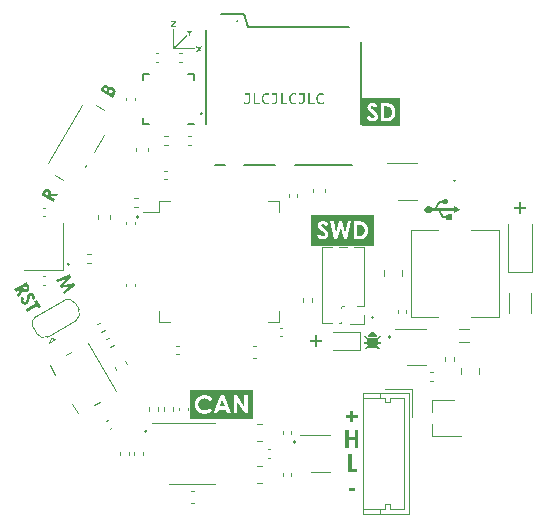
<source format=gbr>
%TF.GenerationSoftware,KiCad,Pcbnew,7.0.5*%
%TF.CreationDate,2023-08-12T02:06:38+02:00*%
%TF.ProjectId,STM32F4_HexGauge_V3,53544d33-3246-4345-9f48-657847617567,rev?*%
%TF.SameCoordinates,Original*%
%TF.FileFunction,Legend,Top*%
%TF.FilePolarity,Positive*%
%FSLAX46Y46*%
G04 Gerber Fmt 4.6, Leading zero omitted, Abs format (unit mm)*
G04 Created by KiCad (PCBNEW 7.0.5) date 2023-08-12 02:06:38*
%MOMM*%
%LPD*%
G01*
G04 APERTURE LIST*
%ADD10C,0.150000*%
%ADD11C,0.200000*%
%ADD12C,0.140000*%
%ADD13C,0.300000*%
%ADD14C,0.100000*%
%ADD15C,0.120000*%
G04 APERTURE END LIST*
D10*
X129490711Y-88570000D02*
G75*
G03*
X129490711Y-88570000I-70711J0D01*
G01*
X103740711Y-84070000D02*
G75*
G03*
X103740711Y-84070000I-70711J0D01*
G01*
X109615711Y-80070000D02*
G75*
G03*
X109615711Y-80070000I-70711J0D01*
G01*
X130936711Y-90220000D02*
G75*
G03*
X130936711Y-90220000I-70711J0D01*
G01*
X122890711Y-99120000D02*
G75*
G03*
X122890711Y-99120000I-70711J0D01*
G01*
X110290711Y-98199290D02*
G75*
G03*
X110290711Y-98199290I-70711J0D01*
G01*
X114990711Y-71320000D02*
G75*
G03*
X114990711Y-71320000I-70711J0D01*
G01*
D11*
G36*
X127544703Y-96824949D02*
G01*
X127544703Y-96449792D01*
X127802258Y-96449792D01*
X127802258Y-96824949D01*
X128187673Y-96824949D01*
X128187673Y-97082869D01*
X127802258Y-97082869D01*
X127802258Y-97458026D01*
X127544703Y-97458026D01*
X127544703Y-97082869D01*
X127158189Y-97082869D01*
X127158189Y-96824949D01*
X127544703Y-96824949D01*
G37*
G36*
X103794623Y-84926345D02*
G01*
X103907609Y-85122044D01*
X103311108Y-85789976D01*
X104189856Y-85610910D01*
X104301085Y-85803563D01*
X103347463Y-86590363D01*
X103236235Y-86397710D01*
X103837819Y-85899782D01*
X103042062Y-86061392D01*
X102940213Y-85884984D01*
X103479662Y-85279435D01*
X102746479Y-85549428D01*
X102634079Y-85354745D01*
X103794623Y-84926345D01*
G37*
D12*
G36*
X130557080Y-70699909D02*
G01*
X130573476Y-70700261D01*
X130589583Y-70700848D01*
X130605401Y-70701670D01*
X130620930Y-70702726D01*
X130636170Y-70704017D01*
X130651121Y-70705542D01*
X130665782Y-70707302D01*
X130694239Y-70711527D01*
X130721539Y-70716690D01*
X130747682Y-70722793D01*
X130772669Y-70729834D01*
X130796500Y-70737814D01*
X130819175Y-70746732D01*
X130840693Y-70756590D01*
X130861055Y-70767386D01*
X130880260Y-70779121D01*
X130898309Y-70791795D01*
X130915202Y-70805408D01*
X130930939Y-70819959D01*
X130947309Y-70837144D01*
X130962623Y-70855176D01*
X130976882Y-70874055D01*
X130990084Y-70893782D01*
X131002229Y-70914355D01*
X131013319Y-70935776D01*
X131023353Y-70958044D01*
X131032330Y-70981160D01*
X131040251Y-71005122D01*
X131047116Y-71029932D01*
X131052925Y-71055589D01*
X131057678Y-71082093D01*
X131061374Y-71109444D01*
X131064015Y-71137643D01*
X131065599Y-71166689D01*
X131065995Y-71181529D01*
X131066127Y-71196582D01*
X131065905Y-71216081D01*
X131065240Y-71235193D01*
X131064131Y-71253919D01*
X131062578Y-71272259D01*
X131060581Y-71290212D01*
X131058141Y-71307779D01*
X131055258Y-71324960D01*
X131051930Y-71341754D01*
X131048159Y-71358161D01*
X131043945Y-71374183D01*
X131039287Y-71389818D01*
X131034185Y-71405066D01*
X131028639Y-71419928D01*
X131022650Y-71434404D01*
X131016217Y-71448493D01*
X131009341Y-71462196D01*
X131002159Y-71475418D01*
X130990904Y-71494344D01*
X130979070Y-71512182D01*
X130966656Y-71528931D01*
X130953662Y-71544592D01*
X130940088Y-71559165D01*
X130925935Y-71572649D01*
X130911203Y-71585045D01*
X130895891Y-71596353D01*
X130879999Y-71606572D01*
X130863528Y-71615703D01*
X130845879Y-71623821D01*
X130826317Y-71631141D01*
X130812214Y-71635578D01*
X130797260Y-71639659D01*
X130781456Y-71643386D01*
X130764802Y-71646758D01*
X130747298Y-71649774D01*
X130728944Y-71652436D01*
X130709740Y-71654743D01*
X130689686Y-71656695D01*
X130668782Y-71658292D01*
X130647028Y-71659535D01*
X130624423Y-71660422D01*
X130600969Y-71660954D01*
X130576664Y-71661132D01*
X130442575Y-71661132D01*
X130442575Y-70699792D01*
X130540394Y-70699792D01*
X130557080Y-70699909D01*
G37*
G36*
X131782039Y-72390233D02*
G01*
X128507036Y-72390233D01*
X128507036Y-71625228D01*
X128931322Y-71625228D01*
X128942129Y-71646889D01*
X128953207Y-71667818D01*
X128964557Y-71688014D01*
X128976179Y-71707477D01*
X128988073Y-71726207D01*
X129000239Y-71744205D01*
X129012677Y-71761470D01*
X129025386Y-71778002D01*
X129038368Y-71793801D01*
X129051622Y-71808868D01*
X129065147Y-71823202D01*
X129078944Y-71836803D01*
X129093014Y-71849672D01*
X129107355Y-71861808D01*
X129121968Y-71873211D01*
X129136853Y-71883881D01*
X129152035Y-71893819D01*
X129167541Y-71903115D01*
X129183371Y-71911771D01*
X129199524Y-71919785D01*
X129216000Y-71927158D01*
X129232800Y-71933890D01*
X129249923Y-71939981D01*
X129267370Y-71945430D01*
X129285140Y-71950239D01*
X129303234Y-71954406D01*
X129321651Y-71957933D01*
X129340391Y-71960818D01*
X129359455Y-71963062D01*
X129378842Y-71964665D01*
X129398553Y-71965626D01*
X129418587Y-71965947D01*
X129444199Y-71965482D01*
X129469197Y-71964086D01*
X129493578Y-71961761D01*
X129517345Y-71958505D01*
X129540496Y-71954319D01*
X129563032Y-71949203D01*
X129584952Y-71943156D01*
X129606257Y-71936180D01*
X129626947Y-71928273D01*
X129647021Y-71919436D01*
X129666480Y-71909668D01*
X129685323Y-71898971D01*
X129703551Y-71887343D01*
X129721164Y-71874785D01*
X129738161Y-71861297D01*
X129754543Y-71846878D01*
X129770159Y-71831703D01*
X129784768Y-71816035D01*
X129798369Y-71799875D01*
X129810963Y-71783223D01*
X129822549Y-71766078D01*
X129833128Y-71748441D01*
X129842699Y-71730312D01*
X129851263Y-71711690D01*
X129858819Y-71692576D01*
X129865368Y-71672970D01*
X129870909Y-71652871D01*
X129875443Y-71632281D01*
X129878969Y-71611197D01*
X129881488Y-71589622D01*
X129882999Y-71567554D01*
X129883503Y-71544994D01*
X129883360Y-71533283D01*
X129882609Y-71515937D01*
X129881213Y-71498855D01*
X129879174Y-71482037D01*
X129876491Y-71465483D01*
X129873163Y-71449193D01*
X129869192Y-71433167D01*
X129864577Y-71417405D01*
X129859317Y-71401908D01*
X129853414Y-71386674D01*
X129846867Y-71371704D01*
X129844527Y-71366728D01*
X129836912Y-71351714D01*
X129828401Y-71336572D01*
X129818996Y-71321300D01*
X129808695Y-71305900D01*
X129797499Y-71290371D01*
X129785408Y-71274713D01*
X129772422Y-71258927D01*
X129758540Y-71243011D01*
X129743764Y-71226967D01*
X129733415Y-71216200D01*
X129722669Y-71205375D01*
X129720367Y-71203079D01*
X129708618Y-71191942D01*
X129697138Y-71181538D01*
X129683373Y-71169376D01*
X129667321Y-71155456D01*
X129655350Y-71145199D01*
X129642362Y-71134161D01*
X129628359Y-71122342D01*
X129613340Y-71109741D01*
X129597304Y-71096358D01*
X129580252Y-71082195D01*
X129562184Y-71067250D01*
X129543101Y-71051523D01*
X129523001Y-71035015D01*
X129512125Y-71025956D01*
X129491199Y-71008436D01*
X129471375Y-70991715D01*
X129452653Y-70975793D01*
X129435034Y-70960669D01*
X129418516Y-70946343D01*
X129403100Y-70932816D01*
X129388786Y-70920088D01*
X129375574Y-70908158D01*
X129363464Y-70897027D01*
X129347365Y-70881828D01*
X129333745Y-70868425D01*
X129322605Y-70856819D01*
X129311609Y-70844139D01*
X129304220Y-70833623D01*
X129297008Y-70820743D01*
X129290872Y-70805358D01*
X129287190Y-70789587D01*
X129285963Y-70773431D01*
X129287225Y-70759688D01*
X129291889Y-70744338D01*
X129299988Y-70729725D01*
X129309665Y-70717785D01*
X129321867Y-70706386D01*
X129326481Y-70702749D01*
X129338717Y-70694681D01*
X129351954Y-70688080D01*
X129366194Y-70682946D01*
X129381435Y-70679278D01*
X129397678Y-70677078D01*
X129414923Y-70676345D01*
X129422178Y-70676505D01*
X129443900Y-70678909D01*
X129458346Y-70682115D01*
X129472763Y-70686603D01*
X129487151Y-70692373D01*
X129501511Y-70699426D01*
X129515842Y-70707760D01*
X129530145Y-70717377D01*
X129544419Y-70728277D01*
X129558664Y-70740458D01*
X129572881Y-70753922D01*
X129587069Y-70768668D01*
X129601228Y-70784697D01*
X129615359Y-70802008D01*
X129629461Y-70820601D01*
X129643535Y-70840476D01*
X129856759Y-70646303D01*
X129841895Y-70628746D01*
X129827163Y-70611887D01*
X129812563Y-70595727D01*
X129798094Y-70580266D01*
X129783758Y-70565502D01*
X129769552Y-70551437D01*
X129755479Y-70538071D01*
X129741537Y-70525403D01*
X129727727Y-70513433D01*
X129714048Y-70502161D01*
X129700501Y-70491588D01*
X129687086Y-70481714D01*
X129673803Y-70472537D01*
X129660651Y-70464059D01*
X129647630Y-70456280D01*
X129634742Y-70449199D01*
X129621876Y-70442633D01*
X129602417Y-70433578D01*
X129582764Y-70425477D01*
X129563185Y-70418424D01*
X130154979Y-70418424D01*
X130154979Y-70699792D01*
X130154979Y-71942500D01*
X130502292Y-71942500D01*
X130520554Y-71942463D01*
X130538472Y-71942354D01*
X130556048Y-71942171D01*
X130573281Y-71941916D01*
X130590172Y-71941587D01*
X130606719Y-71941186D01*
X130622924Y-71940711D01*
X130638786Y-71940164D01*
X130654305Y-71939544D01*
X130669482Y-71938850D01*
X130698807Y-71937244D01*
X130726761Y-71935347D01*
X130753344Y-71933157D01*
X130778555Y-71930676D01*
X130802396Y-71927902D01*
X130824866Y-71924837D01*
X130845965Y-71921479D01*
X130865693Y-71917830D01*
X130884050Y-71913889D01*
X130901036Y-71909656D01*
X130916650Y-71905130D01*
X130931514Y-71900226D01*
X130946246Y-71894855D01*
X130960846Y-71889017D01*
X130975314Y-71882713D01*
X130989651Y-71875943D01*
X131003857Y-71868706D01*
X131017930Y-71861002D01*
X131031872Y-71852832D01*
X131045682Y-71844195D01*
X131059361Y-71835092D01*
X131072908Y-71825522D01*
X131086323Y-71815486D01*
X131099606Y-71804983D01*
X131112758Y-71794013D01*
X131125779Y-71782577D01*
X131138667Y-71770675D01*
X131151317Y-71758297D01*
X131163620Y-71745527D01*
X131175577Y-71732365D01*
X131187187Y-71718811D01*
X131198452Y-71704865D01*
X131209370Y-71690527D01*
X131219941Y-71675796D01*
X131230167Y-71660674D01*
X131240046Y-71645159D01*
X131249578Y-71629252D01*
X131258764Y-71612953D01*
X131267604Y-71596262D01*
X131276098Y-71579179D01*
X131284245Y-71561704D01*
X131292046Y-71543836D01*
X131299501Y-71525577D01*
X131306555Y-71507010D01*
X131313154Y-71488219D01*
X131319298Y-71469206D01*
X131324986Y-71449969D01*
X131330220Y-71430508D01*
X131334998Y-71410825D01*
X131339322Y-71390918D01*
X131343190Y-71370788D01*
X131346603Y-71350435D01*
X131349561Y-71329858D01*
X131352064Y-71309059D01*
X131354112Y-71288036D01*
X131355705Y-71266789D01*
X131356843Y-71245320D01*
X131357525Y-71223627D01*
X131357753Y-71201711D01*
X131357651Y-71186293D01*
X131357347Y-71170996D01*
X131356838Y-71155822D01*
X131356127Y-71140769D01*
X131355213Y-71125837D01*
X131354095Y-71111027D01*
X131351250Y-71081772D01*
X131347592Y-71053004D01*
X131343121Y-71024723D01*
X131337838Y-70996928D01*
X131331741Y-70969619D01*
X131324832Y-70942797D01*
X131317109Y-70916462D01*
X131308574Y-70890613D01*
X131299226Y-70865251D01*
X131289065Y-70840376D01*
X131278092Y-70815987D01*
X131266305Y-70792084D01*
X131253706Y-70768668D01*
X131240478Y-70745898D01*
X131226806Y-70723932D01*
X131212691Y-70702770D01*
X131198133Y-70682412D01*
X131183130Y-70662859D01*
X131167684Y-70644110D01*
X131151795Y-70626166D01*
X131135461Y-70609025D01*
X131118685Y-70592689D01*
X131101464Y-70577157D01*
X131083800Y-70562430D01*
X131065692Y-70548506D01*
X131047140Y-70535387D01*
X131028145Y-70523073D01*
X131008707Y-70511562D01*
X130988824Y-70500856D01*
X130978606Y-70495785D01*
X130957174Y-70486125D01*
X130934413Y-70477109D01*
X130910325Y-70468737D01*
X130884908Y-70461009D01*
X130858164Y-70453925D01*
X130830091Y-70447485D01*
X130815557Y-70444506D01*
X130800690Y-70441689D01*
X130785492Y-70439032D01*
X130769962Y-70436537D01*
X130754099Y-70434202D01*
X130737905Y-70432029D01*
X130721378Y-70430016D01*
X130704520Y-70428165D01*
X130687329Y-70426474D01*
X130669807Y-70424945D01*
X130651952Y-70423576D01*
X130633766Y-70422369D01*
X130615247Y-70421322D01*
X130596396Y-70420437D01*
X130577214Y-70419712D01*
X130557699Y-70419149D01*
X130537853Y-70418746D01*
X130517674Y-70418505D01*
X130497163Y-70418424D01*
X130154979Y-70418424D01*
X129563185Y-70418424D01*
X129562918Y-70418328D01*
X129542879Y-70412133D01*
X129522646Y-70406891D01*
X129502221Y-70402602D01*
X129481602Y-70399266D01*
X129460790Y-70396883D01*
X129439785Y-70395453D01*
X129418587Y-70394977D01*
X129396778Y-70395409D01*
X129375407Y-70396706D01*
X129354475Y-70398867D01*
X129333980Y-70401892D01*
X129313923Y-70405782D01*
X129294304Y-70410536D01*
X129275122Y-70416154D01*
X129256379Y-70422637D01*
X129238074Y-70429985D01*
X129220206Y-70438196D01*
X129202777Y-70447272D01*
X129185785Y-70457213D01*
X129169232Y-70468018D01*
X129153116Y-70479687D01*
X129137438Y-70492221D01*
X129122198Y-70505619D01*
X129107691Y-70519575D01*
X129094120Y-70533875D01*
X129081485Y-70548518D01*
X129069785Y-70563504D01*
X129059022Y-70578834D01*
X129049194Y-70594508D01*
X129040303Y-70610525D01*
X129032347Y-70626885D01*
X129025328Y-70643589D01*
X129019244Y-70660637D01*
X129014096Y-70678028D01*
X129009885Y-70695762D01*
X129006609Y-70713840D01*
X129004269Y-70732261D01*
X129002865Y-70751026D01*
X129002397Y-70770134D01*
X129002468Y-70776820D01*
X129003525Y-70796884D01*
X129005851Y-70816954D01*
X129009445Y-70837031D01*
X129014309Y-70857114D01*
X129020441Y-70877204D01*
X129027841Y-70897300D01*
X129036510Y-70917402D01*
X129042995Y-70930807D01*
X129050043Y-70944216D01*
X129057655Y-70957626D01*
X129065831Y-70971040D01*
X129074571Y-70984457D01*
X129084277Y-70998227D01*
X129095351Y-71012701D01*
X129107793Y-71027880D01*
X129121603Y-71043762D01*
X129136781Y-71060349D01*
X129153328Y-71077639D01*
X129171242Y-71095634D01*
X129190525Y-71114333D01*
X129211176Y-71133736D01*
X129222015Y-71143702D01*
X129233195Y-71153843D01*
X129244718Y-71164161D01*
X129256582Y-71174654D01*
X129268789Y-71185324D01*
X129281338Y-71196170D01*
X129294228Y-71207191D01*
X129307461Y-71218389D01*
X129321036Y-71229763D01*
X129334953Y-71241313D01*
X129349212Y-71253038D01*
X129363813Y-71264940D01*
X129378755Y-71277018D01*
X129394040Y-71289272D01*
X129409939Y-71302069D01*
X129425118Y-71314448D01*
X129439580Y-71326409D01*
X129453323Y-71337953D01*
X129466347Y-71349078D01*
X129478653Y-71359786D01*
X129490241Y-71370075D01*
X129501110Y-71379947D01*
X129516067Y-71393971D01*
X129529408Y-71407055D01*
X129541132Y-71419199D01*
X129551239Y-71430402D01*
X129562202Y-71443878D01*
X129569011Y-71453289D01*
X129577048Y-71465837D01*
X129585420Y-71481522D01*
X129591932Y-71497207D01*
X129596583Y-71512892D01*
X129599373Y-71528577D01*
X129600304Y-71544262D01*
X129599514Y-71557977D01*
X129596304Y-71574542D01*
X129590626Y-71590464D01*
X129582480Y-71605741D01*
X129571865Y-71620374D01*
X129561595Y-71631617D01*
X129549745Y-71642447D01*
X129536739Y-71652322D01*
X129523001Y-71660880D01*
X129508529Y-71668121D01*
X129493325Y-71674046D01*
X129477388Y-71678654D01*
X129460719Y-71681946D01*
X129443316Y-71683921D01*
X129425181Y-71684579D01*
X129416307Y-71684373D01*
X129398753Y-71682724D01*
X129381459Y-71679427D01*
X129364426Y-71674481D01*
X129347654Y-71667887D01*
X129331141Y-71659643D01*
X129314890Y-71649752D01*
X129298898Y-71638211D01*
X129283168Y-71625022D01*
X129267697Y-71610184D01*
X129252488Y-71593698D01*
X129237538Y-71575563D01*
X129222849Y-71555779D01*
X129208421Y-71534347D01*
X129194253Y-71511266D01*
X129180345Y-71486536D01*
X129173489Y-71473553D01*
X128931322Y-71625228D01*
X128507036Y-71625228D01*
X128507036Y-69970691D01*
X131782039Y-69970691D01*
X131782039Y-72390233D01*
G37*
D13*
G36*
X127381672Y-100168424D02*
G01*
X127670000Y-100168424D01*
X127670000Y-101411132D01*
X128090587Y-101411132D01*
X128090587Y-101692500D01*
X127381672Y-101692500D01*
X127381672Y-100168424D01*
G37*
G36*
X127410981Y-103012527D02*
G01*
X127934515Y-103012527D01*
X127934515Y-103270448D01*
X127410981Y-103270448D01*
X127410981Y-103012527D01*
G37*
D12*
G36*
X116919127Y-96082869D02*
G01*
X116516127Y-96082869D01*
X116718360Y-95567028D01*
X116919127Y-96082869D01*
G37*
G36*
X119301631Y-97140233D02*
G01*
X113971691Y-97140233D01*
X113971691Y-95927897D01*
X114395977Y-95927897D01*
X114396196Y-95949391D01*
X114396855Y-95970642D01*
X114397954Y-95991649D01*
X114399492Y-96012413D01*
X114401469Y-96032934D01*
X114403885Y-96053211D01*
X114406741Y-96073245D01*
X114410036Y-96093036D01*
X114413770Y-96112583D01*
X114417944Y-96131888D01*
X114422557Y-96150949D01*
X114427610Y-96169766D01*
X114433102Y-96188341D01*
X114439033Y-96206672D01*
X114445404Y-96224760D01*
X114452214Y-96242604D01*
X114459463Y-96260205D01*
X114467152Y-96277563D01*
X114475280Y-96294678D01*
X114483847Y-96311549D01*
X114492854Y-96328177D01*
X114502300Y-96344562D01*
X114512185Y-96360704D01*
X114522510Y-96376602D01*
X114533274Y-96392257D01*
X114544477Y-96407668D01*
X114556120Y-96422837D01*
X114568202Y-96437762D01*
X114580724Y-96452444D01*
X114593685Y-96466882D01*
X114607085Y-96481077D01*
X114620924Y-96495029D01*
X114635132Y-96508621D01*
X114649590Y-96521781D01*
X114664298Y-96534510D01*
X114679256Y-96546807D01*
X114694466Y-96558672D01*
X114709925Y-96570107D01*
X114725635Y-96581109D01*
X114741596Y-96591681D01*
X114757807Y-96601820D01*
X114774268Y-96611529D01*
X114790980Y-96620806D01*
X114807942Y-96629651D01*
X114825155Y-96638065D01*
X114842618Y-96646047D01*
X114860331Y-96653598D01*
X114878295Y-96660717D01*
X114896510Y-96667405D01*
X114914975Y-96673662D01*
X114933690Y-96679487D01*
X114952656Y-96684880D01*
X114971872Y-96689842D01*
X114991339Y-96694373D01*
X115011056Y-96698472D01*
X115031023Y-96702139D01*
X115051241Y-96705376D01*
X115071710Y-96708180D01*
X115092429Y-96710553D01*
X115113398Y-96712495D01*
X115134618Y-96714005D01*
X115156088Y-96715084D01*
X115177809Y-96715731D01*
X115199780Y-96715947D01*
X115223566Y-96715701D01*
X115247024Y-96714962D01*
X115270152Y-96713731D01*
X115292951Y-96712008D01*
X115315421Y-96709793D01*
X115337562Y-96707085D01*
X115359373Y-96703885D01*
X115380856Y-96700193D01*
X115402009Y-96696009D01*
X115417633Y-96692500D01*
X115985631Y-96692500D01*
X116285317Y-96692500D01*
X116409148Y-96364237D01*
X117027205Y-96364237D01*
X117145907Y-96692500D01*
X117445593Y-96692500D01*
X116862341Y-95168424D01*
X117662481Y-95168424D01*
X117662481Y-96692500D01*
X117951176Y-96692500D01*
X117951176Y-95692691D01*
X118600373Y-96692500D01*
X118877345Y-96692500D01*
X118877345Y-95168424D01*
X118589016Y-95168424D01*
X118589016Y-96171530D01*
X117938719Y-95168424D01*
X117662481Y-95168424D01*
X116862341Y-95168424D01*
X116569982Y-95168424D01*
X116219372Y-96082869D01*
X115985631Y-96692500D01*
X115417633Y-96692500D01*
X115422833Y-96691332D01*
X115443328Y-96686163D01*
X115463494Y-96680501D01*
X115483330Y-96674347D01*
X115502838Y-96667701D01*
X115522016Y-96660563D01*
X115540865Y-96652932D01*
X115559621Y-96644619D01*
X115578520Y-96635524D01*
X115597563Y-96625648D01*
X115616748Y-96614991D01*
X115636077Y-96603552D01*
X115655549Y-96591331D01*
X115675163Y-96578330D01*
X115694921Y-96564547D01*
X115714822Y-96549982D01*
X115734866Y-96534637D01*
X115755054Y-96518509D01*
X115775384Y-96501601D01*
X115795858Y-96483911D01*
X115816474Y-96465440D01*
X115837234Y-96446187D01*
X115858137Y-96426153D01*
X115662498Y-96222821D01*
X115654710Y-96230281D01*
X115639257Y-96244764D01*
X115623967Y-96258663D01*
X115608840Y-96271978D01*
X115593877Y-96284709D01*
X115579076Y-96296856D01*
X115564439Y-96308420D01*
X115549964Y-96319399D01*
X115535653Y-96329795D01*
X115521505Y-96339606D01*
X115507521Y-96348834D01*
X115493699Y-96357478D01*
X115480040Y-96365538D01*
X115466545Y-96373014D01*
X115453213Y-96379906D01*
X115433520Y-96389150D01*
X115426996Y-96391945D01*
X115407171Y-96399797D01*
X115386965Y-96406851D01*
X115366380Y-96413107D01*
X115345414Y-96418563D01*
X115324069Y-96423222D01*
X115309628Y-96425884D01*
X115295018Y-96428191D01*
X115280238Y-96430143D01*
X115265290Y-96431740D01*
X115250174Y-96432982D01*
X115234888Y-96433869D01*
X115219433Y-96434402D01*
X115203810Y-96434579D01*
X115185505Y-96434324D01*
X115167408Y-96433560D01*
X115149521Y-96432286D01*
X115131842Y-96430503D01*
X115114373Y-96428211D01*
X115097112Y-96425408D01*
X115080060Y-96422097D01*
X115063218Y-96418276D01*
X115046584Y-96413945D01*
X115030159Y-96409105D01*
X115013943Y-96403756D01*
X114997936Y-96397897D01*
X114982138Y-96391528D01*
X114966549Y-96384650D01*
X114951169Y-96377263D01*
X114935998Y-96369366D01*
X114921144Y-96361023D01*
X114906717Y-96352296D01*
X114892717Y-96343185D01*
X114879143Y-96333691D01*
X114865995Y-96323814D01*
X114853274Y-96313553D01*
X114840979Y-96302908D01*
X114829111Y-96291880D01*
X114817669Y-96280468D01*
X114806654Y-96268673D01*
X114796065Y-96256495D01*
X114785903Y-96243932D01*
X114776167Y-96230986D01*
X114766858Y-96217657D01*
X114757975Y-96203944D01*
X114749518Y-96189848D01*
X114741533Y-96175385D01*
X114734062Y-96160665D01*
X114727107Y-96145687D01*
X114720667Y-96130451D01*
X114714742Y-96114958D01*
X114709333Y-96099207D01*
X114704438Y-96083199D01*
X114700059Y-96066933D01*
X114696195Y-96050409D01*
X114692846Y-96033628D01*
X114690013Y-96016589D01*
X114687694Y-95999293D01*
X114685891Y-95981739D01*
X114684603Y-95963927D01*
X114683830Y-95945858D01*
X114683573Y-95927531D01*
X114684154Y-95901280D01*
X114685897Y-95875559D01*
X114688802Y-95850367D01*
X114692869Y-95825705D01*
X114698098Y-95801572D01*
X114704490Y-95777968D01*
X114712043Y-95754895D01*
X114720759Y-95732350D01*
X114730636Y-95710336D01*
X114741676Y-95688850D01*
X114753877Y-95667895D01*
X114767241Y-95647468D01*
X114781767Y-95627572D01*
X114797455Y-95608204D01*
X114814305Y-95589367D01*
X114832317Y-95571058D01*
X114851222Y-95553535D01*
X114870659Y-95537141D01*
X114890629Y-95521878D01*
X114911131Y-95507746D01*
X114932165Y-95494745D01*
X114953732Y-95482873D01*
X114975831Y-95472133D01*
X114998463Y-95462523D01*
X115021627Y-95454044D01*
X115045323Y-95446695D01*
X115069552Y-95440477D01*
X115094313Y-95435389D01*
X115119606Y-95431432D01*
X115145432Y-95428606D01*
X115171790Y-95426910D01*
X115198681Y-95426345D01*
X115214728Y-95426551D01*
X115230675Y-95427172D01*
X115246521Y-95428206D01*
X115262268Y-95429653D01*
X115277914Y-95431514D01*
X115293460Y-95433789D01*
X115308906Y-95436478D01*
X115324252Y-95439579D01*
X115339498Y-95443095D01*
X115354643Y-95447024D01*
X115369689Y-95451367D01*
X115384634Y-95456123D01*
X115399479Y-95461293D01*
X115414223Y-95466876D01*
X115428868Y-95472874D01*
X115443412Y-95479284D01*
X115457856Y-95486108D01*
X115472200Y-95493346D01*
X115486444Y-95500998D01*
X115500588Y-95509063D01*
X115514631Y-95517541D01*
X115528575Y-95526434D01*
X115542418Y-95535739D01*
X115556161Y-95545459D01*
X115569804Y-95555592D01*
X115583346Y-95566138D01*
X115596789Y-95577098D01*
X115610131Y-95588472D01*
X115623373Y-95600260D01*
X115636515Y-95612460D01*
X115649557Y-95625075D01*
X115662498Y-95638103D01*
X115864365Y-95447227D01*
X115848469Y-95429353D01*
X115832199Y-95411999D01*
X115815554Y-95395166D01*
X115798534Y-95378855D01*
X115781139Y-95363064D01*
X115763368Y-95347794D01*
X115745223Y-95333045D01*
X115726703Y-95318817D01*
X115707808Y-95305109D01*
X115688539Y-95291923D01*
X115668894Y-95279258D01*
X115648874Y-95267114D01*
X115628479Y-95255490D01*
X115607709Y-95244387D01*
X115586565Y-95233806D01*
X115565045Y-95223745D01*
X115543284Y-95214207D01*
X115521413Y-95205284D01*
X115499434Y-95196976D01*
X115477347Y-95189284D01*
X115455150Y-95182207D01*
X115432845Y-95175746D01*
X115410431Y-95169900D01*
X115387908Y-95164669D01*
X115365276Y-95160054D01*
X115342536Y-95156054D01*
X115319687Y-95152669D01*
X115296729Y-95149900D01*
X115273662Y-95147746D01*
X115250487Y-95146208D01*
X115227203Y-95145285D01*
X115203810Y-95144977D01*
X115176356Y-95145390D01*
X115149130Y-95146631D01*
X115122134Y-95148699D01*
X115095366Y-95151594D01*
X115068828Y-95155317D01*
X115042518Y-95159866D01*
X115016438Y-95165243D01*
X114990586Y-95171447D01*
X114964963Y-95178478D01*
X114939570Y-95186336D01*
X114914405Y-95195021D01*
X114889469Y-95204534D01*
X114864763Y-95214874D01*
X114840285Y-95226041D01*
X114816036Y-95238035D01*
X114792017Y-95250856D01*
X114768502Y-95264313D01*
X114745677Y-95278305D01*
X114723542Y-95292832D01*
X114702097Y-95307894D01*
X114681342Y-95323492D01*
X114661276Y-95339625D01*
X114641900Y-95356293D01*
X114623214Y-95373497D01*
X114605218Y-95391235D01*
X114587912Y-95409509D01*
X114571295Y-95428318D01*
X114555368Y-95447662D01*
X114540131Y-95467542D01*
X114525584Y-95487957D01*
X114511726Y-95508907D01*
X114498559Y-95530392D01*
X114486137Y-95552295D01*
X114474516Y-95574590D01*
X114463697Y-95597278D01*
X114453679Y-95620357D01*
X114444463Y-95643829D01*
X114436048Y-95667693D01*
X114428434Y-95691949D01*
X114421622Y-95716597D01*
X114415612Y-95741637D01*
X114410402Y-95767069D01*
X114405995Y-95792893D01*
X114402388Y-95819110D01*
X114399583Y-95845719D01*
X114397580Y-95872719D01*
X114396377Y-95900112D01*
X114395977Y-95927897D01*
X113971691Y-95927897D01*
X113971691Y-94720691D01*
X119301631Y-94720691D01*
X119301631Y-97140233D01*
G37*
D11*
G36*
X128251567Y-80699909D02*
G01*
X128267963Y-80700261D01*
X128284070Y-80700848D01*
X128299888Y-80701670D01*
X128315417Y-80702726D01*
X128330657Y-80704017D01*
X128345608Y-80705542D01*
X128360270Y-80707302D01*
X128388726Y-80711527D01*
X128416026Y-80716690D01*
X128442169Y-80722793D01*
X128467156Y-80729834D01*
X128490987Y-80737814D01*
X128513662Y-80746732D01*
X128535180Y-80756590D01*
X128555542Y-80767386D01*
X128574747Y-80779121D01*
X128592796Y-80791795D01*
X128609689Y-80805408D01*
X128625426Y-80819959D01*
X128641796Y-80837144D01*
X128657111Y-80855176D01*
X128671369Y-80874055D01*
X128684571Y-80893782D01*
X128696717Y-80914355D01*
X128707806Y-80935776D01*
X128717840Y-80958044D01*
X128726817Y-80981160D01*
X128734738Y-81005122D01*
X128741603Y-81029932D01*
X128747412Y-81055589D01*
X128752165Y-81082093D01*
X128755861Y-81109444D01*
X128758502Y-81137643D01*
X128760086Y-81166689D01*
X128760482Y-81181529D01*
X128760614Y-81196582D01*
X128760392Y-81216081D01*
X128759727Y-81235193D01*
X128758618Y-81253919D01*
X128757065Y-81272259D01*
X128755069Y-81290212D01*
X128752629Y-81307779D01*
X128749745Y-81324960D01*
X128746418Y-81341754D01*
X128742647Y-81358161D01*
X128738432Y-81374183D01*
X128733774Y-81389818D01*
X128728672Y-81405066D01*
X128723126Y-81419928D01*
X128717137Y-81434404D01*
X128710704Y-81448493D01*
X128703828Y-81462196D01*
X128696646Y-81475418D01*
X128685391Y-81494344D01*
X128673557Y-81512182D01*
X128661143Y-81528931D01*
X128648149Y-81544592D01*
X128634576Y-81559165D01*
X128620423Y-81572649D01*
X128605690Y-81585045D01*
X128590378Y-81596353D01*
X128574486Y-81606572D01*
X128558015Y-81615703D01*
X128540366Y-81623821D01*
X128520804Y-81631141D01*
X128506701Y-81635578D01*
X128491747Y-81639659D01*
X128475943Y-81643386D01*
X128459290Y-81646758D01*
X128441786Y-81649774D01*
X128423432Y-81652436D01*
X128404228Y-81654743D01*
X128384173Y-81656695D01*
X128363269Y-81658292D01*
X128341515Y-81659535D01*
X128318911Y-81660422D01*
X128295456Y-81660954D01*
X128271152Y-81661132D01*
X128137062Y-81661132D01*
X128137062Y-80699792D01*
X128234881Y-80699792D01*
X128251567Y-80699909D01*
G37*
G36*
X129566526Y-82480233D02*
G01*
X124222549Y-82480233D01*
X124222549Y-81625228D01*
X124736835Y-81625228D01*
X124747642Y-81646889D01*
X124758720Y-81667818D01*
X124770070Y-81688014D01*
X124781692Y-81707477D01*
X124793586Y-81726207D01*
X124805752Y-81744205D01*
X124818190Y-81761470D01*
X124830899Y-81778002D01*
X124843881Y-81793801D01*
X124857135Y-81808868D01*
X124870660Y-81823202D01*
X124884457Y-81836803D01*
X124898527Y-81849672D01*
X124912868Y-81861808D01*
X124927481Y-81873211D01*
X124942366Y-81883881D01*
X124957548Y-81893819D01*
X124973054Y-81903115D01*
X124988884Y-81911771D01*
X125005037Y-81919785D01*
X125021513Y-81927158D01*
X125038313Y-81933890D01*
X125055436Y-81939981D01*
X125072883Y-81945430D01*
X125090653Y-81950239D01*
X125108747Y-81954406D01*
X125127164Y-81957933D01*
X125145904Y-81960818D01*
X125164968Y-81963062D01*
X125184355Y-81964665D01*
X125204066Y-81965626D01*
X125224100Y-81965947D01*
X125249712Y-81965482D01*
X125274710Y-81964086D01*
X125299091Y-81961761D01*
X125322858Y-81958505D01*
X125346009Y-81954319D01*
X125368545Y-81949203D01*
X125390465Y-81943156D01*
X125411770Y-81936180D01*
X125432460Y-81928273D01*
X125452534Y-81919436D01*
X125471993Y-81909668D01*
X125490836Y-81898971D01*
X125509064Y-81887343D01*
X125526677Y-81874785D01*
X125543674Y-81861297D01*
X125560056Y-81846878D01*
X125575672Y-81831703D01*
X125590281Y-81816035D01*
X125603882Y-81799875D01*
X125616476Y-81783223D01*
X125628062Y-81766078D01*
X125638641Y-81748441D01*
X125648212Y-81730312D01*
X125656776Y-81711690D01*
X125664332Y-81692576D01*
X125670881Y-81672970D01*
X125676422Y-81652871D01*
X125680956Y-81632281D01*
X125684482Y-81611197D01*
X125687001Y-81589622D01*
X125688512Y-81567554D01*
X125689016Y-81544994D01*
X125688873Y-81533283D01*
X125688122Y-81515937D01*
X125686726Y-81498855D01*
X125684687Y-81482037D01*
X125682004Y-81465483D01*
X125678676Y-81449193D01*
X125674705Y-81433167D01*
X125670090Y-81417405D01*
X125664830Y-81401908D01*
X125658927Y-81386674D01*
X125652380Y-81371704D01*
X125650040Y-81366728D01*
X125642425Y-81351714D01*
X125633914Y-81336572D01*
X125624509Y-81321300D01*
X125614208Y-81305900D01*
X125603012Y-81290371D01*
X125590921Y-81274713D01*
X125577935Y-81258927D01*
X125564053Y-81243011D01*
X125549277Y-81226967D01*
X125538928Y-81216200D01*
X125528182Y-81205375D01*
X125525880Y-81203079D01*
X125514131Y-81191942D01*
X125502651Y-81181538D01*
X125488886Y-81169376D01*
X125472834Y-81155456D01*
X125460863Y-81145199D01*
X125447875Y-81134161D01*
X125433872Y-81122342D01*
X125418853Y-81109741D01*
X125402817Y-81096358D01*
X125385765Y-81082195D01*
X125367697Y-81067250D01*
X125348614Y-81051523D01*
X125328514Y-81035015D01*
X125317638Y-81025956D01*
X125296712Y-81008436D01*
X125276888Y-80991715D01*
X125258166Y-80975793D01*
X125240547Y-80960669D01*
X125224029Y-80946343D01*
X125208613Y-80932816D01*
X125194299Y-80920088D01*
X125181087Y-80908158D01*
X125168977Y-80897027D01*
X125152878Y-80881828D01*
X125139258Y-80868425D01*
X125128118Y-80856819D01*
X125117122Y-80844139D01*
X125109733Y-80833623D01*
X125102521Y-80820743D01*
X125096385Y-80805358D01*
X125092703Y-80789587D01*
X125091476Y-80773431D01*
X125092738Y-80759688D01*
X125097402Y-80744338D01*
X125105501Y-80729725D01*
X125115178Y-80717785D01*
X125127380Y-80706386D01*
X125131994Y-80702749D01*
X125144230Y-80694681D01*
X125157467Y-80688080D01*
X125171707Y-80682946D01*
X125186948Y-80679278D01*
X125203191Y-80677078D01*
X125220436Y-80676345D01*
X125227691Y-80676505D01*
X125249413Y-80678909D01*
X125263859Y-80682115D01*
X125278276Y-80686603D01*
X125292664Y-80692373D01*
X125307024Y-80699426D01*
X125321355Y-80707760D01*
X125335658Y-80717377D01*
X125349932Y-80728277D01*
X125364177Y-80740458D01*
X125378394Y-80753922D01*
X125392582Y-80768668D01*
X125406741Y-80784697D01*
X125420872Y-80802008D01*
X125434974Y-80820601D01*
X125449048Y-80840476D01*
X125662272Y-80646303D01*
X125647408Y-80628746D01*
X125632676Y-80611887D01*
X125618076Y-80595727D01*
X125603607Y-80580266D01*
X125589271Y-80565502D01*
X125575065Y-80551437D01*
X125560992Y-80538071D01*
X125547050Y-80525403D01*
X125533240Y-80513433D01*
X125519561Y-80502161D01*
X125506014Y-80491588D01*
X125492599Y-80481714D01*
X125479316Y-80472537D01*
X125466164Y-80464059D01*
X125453143Y-80456280D01*
X125440255Y-80449199D01*
X125427389Y-80442633D01*
X125407930Y-80433578D01*
X125388277Y-80425477D01*
X125368698Y-80418424D01*
X125844355Y-80418424D01*
X126187272Y-81942500D01*
X126461312Y-81942500D01*
X126735352Y-80957346D01*
X127014888Y-81942500D01*
X127291860Y-81942500D01*
X127632945Y-80418424D01*
X127849466Y-80418424D01*
X127849466Y-80699792D01*
X127849466Y-81942500D01*
X128196780Y-81942500D01*
X128215041Y-81942463D01*
X128232959Y-81942354D01*
X128250535Y-81942171D01*
X128267768Y-81941916D01*
X128284659Y-81941587D01*
X128301206Y-81941186D01*
X128317411Y-81940711D01*
X128333273Y-81940164D01*
X128348792Y-81939544D01*
X128363969Y-81938850D01*
X128393294Y-81937244D01*
X128421248Y-81935347D01*
X128447831Y-81933157D01*
X128473043Y-81930676D01*
X128496883Y-81927902D01*
X128519353Y-81924837D01*
X128540452Y-81921479D01*
X128560180Y-81917830D01*
X128578537Y-81913889D01*
X128595523Y-81909656D01*
X128611138Y-81905130D01*
X128626001Y-81900226D01*
X128640733Y-81894855D01*
X128655333Y-81889017D01*
X128669802Y-81882713D01*
X128684138Y-81875943D01*
X128698344Y-81868706D01*
X128712417Y-81861002D01*
X128726359Y-81852832D01*
X128740169Y-81844195D01*
X128753848Y-81835092D01*
X128767395Y-81825522D01*
X128780810Y-81815486D01*
X128794094Y-81804983D01*
X128807245Y-81794013D01*
X128820266Y-81782577D01*
X128833154Y-81770675D01*
X128845804Y-81758297D01*
X128858107Y-81745527D01*
X128870064Y-81732365D01*
X128881675Y-81718811D01*
X128892939Y-81704865D01*
X128903857Y-81690527D01*
X128914428Y-81675796D01*
X128924654Y-81660674D01*
X128934533Y-81645159D01*
X128944065Y-81629252D01*
X128953252Y-81612953D01*
X128962092Y-81596262D01*
X128970585Y-81579179D01*
X128978733Y-81561704D01*
X128986534Y-81543836D01*
X128993988Y-81525577D01*
X129001042Y-81507010D01*
X129007641Y-81488219D01*
X129013785Y-81469206D01*
X129019473Y-81449969D01*
X129024707Y-81430508D01*
X129029485Y-81410825D01*
X129033809Y-81390918D01*
X129037677Y-81370788D01*
X129041090Y-81350435D01*
X129044048Y-81329858D01*
X129046551Y-81309059D01*
X129048599Y-81288036D01*
X129050192Y-81266789D01*
X129051330Y-81245320D01*
X129052013Y-81223627D01*
X129052240Y-81201711D01*
X129052139Y-81186293D01*
X129051834Y-81170996D01*
X129051326Y-81155822D01*
X129050614Y-81140769D01*
X129049700Y-81125837D01*
X129048582Y-81111027D01*
X129045737Y-81081772D01*
X129042079Y-81053004D01*
X129037608Y-81024723D01*
X129032325Y-80996928D01*
X129026228Y-80969619D01*
X129019319Y-80942797D01*
X129011597Y-80916462D01*
X129003061Y-80890613D01*
X128993713Y-80865251D01*
X128983553Y-80840376D01*
X128972579Y-80815987D01*
X128960792Y-80792084D01*
X128948193Y-80768668D01*
X128934965Y-80745898D01*
X128921294Y-80723932D01*
X128907178Y-80702770D01*
X128892620Y-80682412D01*
X128877617Y-80662859D01*
X128862171Y-80644110D01*
X128846282Y-80626166D01*
X128829949Y-80609025D01*
X128813172Y-80592689D01*
X128795951Y-80577157D01*
X128778287Y-80562430D01*
X128760179Y-80548506D01*
X128741628Y-80535387D01*
X128722633Y-80523073D01*
X128703194Y-80511562D01*
X128683311Y-80500856D01*
X128673093Y-80495785D01*
X128651661Y-80486125D01*
X128628900Y-80477109D01*
X128604812Y-80468737D01*
X128579396Y-80461009D01*
X128552651Y-80453925D01*
X128524578Y-80447485D01*
X128510044Y-80444506D01*
X128495178Y-80441689D01*
X128479979Y-80439032D01*
X128464449Y-80436537D01*
X128448586Y-80434202D01*
X128432392Y-80432029D01*
X128415865Y-80430016D01*
X128399007Y-80428165D01*
X128381816Y-80426474D01*
X128364294Y-80424945D01*
X128346439Y-80423576D01*
X128328253Y-80422369D01*
X128309734Y-80421322D01*
X128290884Y-80420437D01*
X128271701Y-80419712D01*
X128252186Y-80419149D01*
X128232340Y-80418746D01*
X128212161Y-80418505D01*
X128191650Y-80418424D01*
X127849466Y-80418424D01*
X127632945Y-80418424D01*
X127348646Y-80418424D01*
X127132125Y-81391121D01*
X126858085Y-80418424D01*
X126618116Y-80418424D01*
X126347006Y-81391121D01*
X126128653Y-80418424D01*
X125844355Y-80418424D01*
X125368698Y-80418424D01*
X125368431Y-80418328D01*
X125348392Y-80412133D01*
X125328159Y-80406891D01*
X125307734Y-80402602D01*
X125287115Y-80399266D01*
X125266303Y-80396883D01*
X125245298Y-80395453D01*
X125224100Y-80394977D01*
X125202291Y-80395409D01*
X125180920Y-80396706D01*
X125159988Y-80398867D01*
X125139493Y-80401892D01*
X125119436Y-80405782D01*
X125099817Y-80410536D01*
X125080635Y-80416154D01*
X125061892Y-80422637D01*
X125043587Y-80429985D01*
X125025719Y-80438196D01*
X125008290Y-80447272D01*
X124991298Y-80457213D01*
X124974745Y-80468018D01*
X124958629Y-80479687D01*
X124942951Y-80492221D01*
X124927711Y-80505619D01*
X124913204Y-80519575D01*
X124899633Y-80533875D01*
X124886998Y-80548518D01*
X124875298Y-80563504D01*
X124864535Y-80578834D01*
X124854707Y-80594508D01*
X124845816Y-80610525D01*
X124837860Y-80626885D01*
X124830841Y-80643589D01*
X124824757Y-80660637D01*
X124819609Y-80678028D01*
X124815398Y-80695762D01*
X124812122Y-80713840D01*
X124809782Y-80732261D01*
X124808378Y-80751026D01*
X124807910Y-80770134D01*
X124807981Y-80776820D01*
X124809038Y-80796884D01*
X124811364Y-80816954D01*
X124814958Y-80837031D01*
X124819822Y-80857114D01*
X124825954Y-80877204D01*
X124833354Y-80897300D01*
X124842023Y-80917402D01*
X124848508Y-80930807D01*
X124855556Y-80944216D01*
X124863168Y-80957626D01*
X124871344Y-80971040D01*
X124880084Y-80984457D01*
X124889790Y-80998227D01*
X124900864Y-81012701D01*
X124913306Y-81027880D01*
X124927116Y-81043762D01*
X124942294Y-81060349D01*
X124958841Y-81077639D01*
X124976755Y-81095634D01*
X124996038Y-81114333D01*
X125016689Y-81133736D01*
X125027528Y-81143702D01*
X125038708Y-81153843D01*
X125050231Y-81164161D01*
X125062095Y-81174654D01*
X125074302Y-81185324D01*
X125086851Y-81196170D01*
X125099741Y-81207191D01*
X125112974Y-81218389D01*
X125126549Y-81229763D01*
X125140466Y-81241313D01*
X125154725Y-81253038D01*
X125169326Y-81264940D01*
X125184268Y-81277018D01*
X125199553Y-81289272D01*
X125215452Y-81302069D01*
X125230631Y-81314448D01*
X125245093Y-81326409D01*
X125258836Y-81337953D01*
X125271860Y-81349078D01*
X125284166Y-81359786D01*
X125295754Y-81370075D01*
X125306623Y-81379947D01*
X125321580Y-81393971D01*
X125334921Y-81407055D01*
X125346645Y-81419199D01*
X125356752Y-81430402D01*
X125367715Y-81443878D01*
X125374524Y-81453289D01*
X125382561Y-81465837D01*
X125390933Y-81481522D01*
X125397445Y-81497207D01*
X125402096Y-81512892D01*
X125404886Y-81528577D01*
X125405817Y-81544262D01*
X125405027Y-81557977D01*
X125401817Y-81574542D01*
X125396139Y-81590464D01*
X125387993Y-81605741D01*
X125377378Y-81620374D01*
X125367108Y-81631617D01*
X125355258Y-81642447D01*
X125342252Y-81652322D01*
X125328514Y-81660880D01*
X125314042Y-81668121D01*
X125298838Y-81674046D01*
X125282901Y-81678654D01*
X125266232Y-81681946D01*
X125248829Y-81683921D01*
X125230694Y-81684579D01*
X125221820Y-81684373D01*
X125204266Y-81682724D01*
X125186972Y-81679427D01*
X125169939Y-81674481D01*
X125153167Y-81667887D01*
X125136654Y-81659643D01*
X125120403Y-81649752D01*
X125104411Y-81638211D01*
X125088681Y-81625022D01*
X125073210Y-81610184D01*
X125058001Y-81593698D01*
X125043051Y-81575563D01*
X125028362Y-81555779D01*
X125013934Y-81534347D01*
X124999766Y-81511266D01*
X124985858Y-81486536D01*
X124979002Y-81473553D01*
X124736835Y-81625228D01*
X124222549Y-81625228D01*
X124222549Y-79880691D01*
X129566526Y-79880691D01*
X129566526Y-82480233D01*
G37*
D10*
G36*
X141852955Y-79221844D02*
G01*
X141852955Y-78776345D01*
X141994005Y-78776345D01*
X141994005Y-79221844D01*
X142445366Y-79221844D01*
X142445366Y-79362527D01*
X141994005Y-79362527D01*
X141994005Y-79808026D01*
X141852955Y-79808026D01*
X141852955Y-79362527D01*
X141402327Y-79362527D01*
X141402327Y-79221844D01*
X141852955Y-79221844D01*
G37*
D11*
G36*
X100267958Y-85794520D02*
G01*
X100274154Y-85805322D01*
X100280177Y-85815964D01*
X100286026Y-85826444D01*
X100291702Y-85836764D01*
X100302533Y-85856920D01*
X100312670Y-85876433D01*
X100322112Y-85895302D01*
X100330861Y-85913528D01*
X100338915Y-85931110D01*
X100346275Y-85948048D01*
X100352941Y-85964343D01*
X100358913Y-85979994D01*
X100364191Y-85995002D01*
X100368774Y-86009366D01*
X100372663Y-86023086D01*
X100375859Y-86036163D01*
X100378360Y-86048596D01*
X100380166Y-86060385D01*
X100381924Y-86077558D01*
X100382667Y-86094632D01*
X100382395Y-86111608D01*
X100381109Y-86128485D01*
X100378808Y-86145264D01*
X100375492Y-86161945D01*
X100371162Y-86178527D01*
X100365818Y-86195011D01*
X100359458Y-86211396D01*
X100354655Y-86222265D01*
X100349401Y-86233091D01*
X100346605Y-86238487D01*
X100340697Y-86249152D01*
X100334381Y-86259584D01*
X100327659Y-86269783D01*
X100320530Y-86279749D01*
X100312994Y-86289482D01*
X100305051Y-86298981D01*
X100296701Y-86308248D01*
X100287945Y-86317282D01*
X100278781Y-86326082D01*
X100269210Y-86334650D01*
X100259233Y-86342984D01*
X100248849Y-86351085D01*
X100238058Y-86358953D01*
X100226860Y-86366589D01*
X100215255Y-86373991D01*
X100203243Y-86381160D01*
X100190412Y-86388308D01*
X100177622Y-86394916D01*
X100164870Y-86400982D01*
X100152158Y-86406508D01*
X100139485Y-86411492D01*
X100126852Y-86415936D01*
X100114257Y-86419839D01*
X100101703Y-86423201D01*
X100089187Y-86426022D01*
X100076711Y-86428302D01*
X100064274Y-86430041D01*
X100051877Y-86431239D01*
X100039519Y-86431896D01*
X100027200Y-86432012D01*
X100014921Y-86431587D01*
X100002680Y-86430622D01*
X99990495Y-86429144D01*
X99978344Y-86427121D01*
X99966227Y-86424553D01*
X99954144Y-86421438D01*
X99942094Y-86417778D01*
X99930079Y-86413572D01*
X99918097Y-86408820D01*
X99906149Y-86403522D01*
X99894236Y-86397679D01*
X99882356Y-86391290D01*
X99870510Y-86384356D01*
X99858698Y-86376875D01*
X99846920Y-86368849D01*
X99835176Y-86360277D01*
X99823466Y-86351159D01*
X99811789Y-86341496D01*
X99478321Y-86865349D01*
X99352292Y-86647060D01*
X99670711Y-86148140D01*
X99659867Y-86129357D01*
X99205013Y-86391967D01*
X99089682Y-86192207D01*
X99393478Y-86016810D01*
X99854804Y-86016810D01*
X99891148Y-86079758D01*
X99898014Y-86091432D01*
X99904802Y-86102529D01*
X99911512Y-86113051D01*
X99918142Y-86122997D01*
X99927940Y-86136835D01*
X99937562Y-86149378D01*
X99947006Y-86160626D01*
X99956273Y-86170577D01*
X99965364Y-86179233D01*
X99977209Y-86188758D01*
X99988739Y-86195979D01*
X99991572Y-86197425D01*
X100003108Y-86202028D01*
X100015001Y-86204923D01*
X100027252Y-86206110D01*
X100039859Y-86205589D01*
X100052824Y-86203360D01*
X100066145Y-86199424D01*
X100079824Y-86193779D01*
X100090317Y-86188425D01*
X100093859Y-86186427D01*
X100103938Y-86180021D01*
X100114789Y-86171503D01*
X100124284Y-86162079D01*
X100132423Y-86151749D01*
X100139205Y-86140511D01*
X100142088Y-86134553D01*
X100146831Y-86122360D01*
X100150098Y-86109876D01*
X100151889Y-86097103D01*
X100152204Y-86084040D01*
X100151042Y-86070686D01*
X100150327Y-86066171D01*
X100147362Y-86053775D01*
X100143592Y-86042322D01*
X100138579Y-86029503D01*
X100132322Y-86015319D01*
X100126814Y-86003784D01*
X100120606Y-85991481D01*
X100113699Y-85978410D01*
X100106093Y-85964571D01*
X100097787Y-85949963D01*
X100065986Y-85894883D01*
X99854804Y-86016810D01*
X99393478Y-86016810D01*
X100145592Y-85582576D01*
X100267958Y-85794520D01*
G37*
G36*
X100784775Y-87054280D02*
G01*
X100564959Y-86984223D01*
X100573099Y-86966523D01*
X100580340Y-86949315D01*
X100586681Y-86932601D01*
X100592122Y-86916380D01*
X100596663Y-86900651D01*
X100600305Y-86885416D01*
X100603046Y-86870674D01*
X100604888Y-86856425D01*
X100605830Y-86842669D01*
X100605872Y-86829406D01*
X100605014Y-86816637D01*
X100603257Y-86804360D01*
X100600599Y-86792576D01*
X100597042Y-86781286D01*
X100590019Y-86765275D01*
X100587228Y-86760184D01*
X100579822Y-86748530D01*
X100571800Y-86738157D01*
X100563163Y-86729064D01*
X100553910Y-86721252D01*
X100544041Y-86714721D01*
X100533557Y-86709471D01*
X100529192Y-86707729D01*
X100516414Y-86703835D01*
X100504271Y-86701907D01*
X100490906Y-86702141D01*
X100478406Y-86705050D01*
X100468380Y-86709673D01*
X100457678Y-86716985D01*
X100448224Y-86725844D01*
X100440020Y-86736249D01*
X100433981Y-86746398D01*
X100429650Y-86755724D01*
X100425264Y-86768414D01*
X100421679Y-86780775D01*
X100417841Y-86795572D01*
X100413751Y-86812805D01*
X100410883Y-86825648D01*
X100407902Y-86839573D01*
X100404809Y-86854581D01*
X100401604Y-86870673D01*
X100398286Y-86887847D01*
X100394856Y-86906104D01*
X100391313Y-86925443D01*
X100387658Y-86945866D01*
X100383890Y-86967372D01*
X100381964Y-86978531D01*
X100378567Y-86999059D01*
X100375305Y-87018572D01*
X100372178Y-87037068D01*
X100369186Y-87054547D01*
X100366329Y-87071009D01*
X100363606Y-87086456D01*
X100361019Y-87100885D01*
X100358566Y-87114298D01*
X100356249Y-87126695D01*
X100353025Y-87143384D01*
X100350105Y-87157786D01*
X100347489Y-87169900D01*
X100344473Y-87182495D01*
X100343803Y-87185009D01*
X100340602Y-87196784D01*
X100337281Y-87208261D01*
X100332076Y-87224916D01*
X100326602Y-87240899D01*
X100320860Y-87256211D01*
X100314848Y-87270851D01*
X100308568Y-87284820D01*
X100302018Y-87298116D01*
X100295200Y-87310741D01*
X100288113Y-87322694D01*
X100280758Y-87333976D01*
X100278246Y-87337587D01*
X100270494Y-87348111D01*
X100262301Y-87358295D01*
X100253667Y-87368138D01*
X100244593Y-87377640D01*
X100235079Y-87386802D01*
X100225123Y-87395623D01*
X100214728Y-87404104D01*
X100203892Y-87412244D01*
X100192615Y-87420043D01*
X100180898Y-87427502D01*
X100172842Y-87432286D01*
X100157010Y-87440961D01*
X100141117Y-87448741D01*
X100125161Y-87455626D01*
X100109144Y-87461616D01*
X100093065Y-87466711D01*
X100076923Y-87470912D01*
X100060720Y-87474217D01*
X100044455Y-87476627D01*
X100028128Y-87478143D01*
X100011740Y-87478764D01*
X99995289Y-87478489D01*
X99978776Y-87477320D01*
X99962201Y-87475256D01*
X99945565Y-87472296D01*
X99928866Y-87468442D01*
X99912106Y-87463693D01*
X99895564Y-87458111D01*
X99879420Y-87451730D01*
X99863674Y-87444551D01*
X99848327Y-87436573D01*
X99833378Y-87427797D01*
X99818828Y-87418223D01*
X99804676Y-87407850D01*
X99790922Y-87396678D01*
X99777566Y-87384708D01*
X99764609Y-87371940D01*
X99752050Y-87358373D01*
X99739890Y-87344008D01*
X99728127Y-87328845D01*
X99716763Y-87312883D01*
X99705798Y-87296122D01*
X99695231Y-87278563D01*
X99687439Y-87264555D01*
X99680221Y-87250514D01*
X99673577Y-87236441D01*
X99667506Y-87222336D01*
X99662008Y-87208198D01*
X99657085Y-87194028D01*
X99652735Y-87179826D01*
X99648958Y-87165591D01*
X99645755Y-87151323D01*
X99643126Y-87137024D01*
X99641070Y-87122692D01*
X99639587Y-87108327D01*
X99638679Y-87093931D01*
X99638343Y-87079501D01*
X99638582Y-87065040D01*
X99639394Y-87050546D01*
X99640832Y-87035965D01*
X99642887Y-87021280D01*
X99645559Y-87006490D01*
X99648847Y-86991595D01*
X99652751Y-86976595D01*
X99657272Y-86961491D01*
X99662409Y-86946282D01*
X99668162Y-86930968D01*
X99674532Y-86915550D01*
X99681519Y-86900027D01*
X99689122Y-86884399D01*
X99697341Y-86868666D01*
X99706176Y-86852829D01*
X99715628Y-86836887D01*
X99725697Y-86820840D01*
X99736382Y-86804689D01*
X99938332Y-86911797D01*
X99932079Y-86921740D01*
X99920509Y-86941268D01*
X99910185Y-86960316D01*
X99901108Y-86978885D01*
X99893277Y-86996975D01*
X99886692Y-87014587D01*
X99881354Y-87031719D01*
X99877263Y-87048372D01*
X99874417Y-87064546D01*
X99872818Y-87080242D01*
X99872466Y-87095458D01*
X99873359Y-87110195D01*
X99875500Y-87124453D01*
X99878886Y-87138233D01*
X99883519Y-87151533D01*
X99889399Y-87164354D01*
X99892806Y-87170585D01*
X99900516Y-87182886D01*
X99908845Y-87194153D01*
X99917793Y-87204385D01*
X99927361Y-87213583D01*
X99937547Y-87221747D01*
X99948353Y-87228877D01*
X99959777Y-87234972D01*
X99971821Y-87240033D01*
X99984065Y-87243910D01*
X99995962Y-87246528D01*
X100010346Y-87248029D01*
X100024189Y-87247562D01*
X100037490Y-87245128D01*
X100050251Y-87240725D01*
X100060069Y-87235786D01*
X100070564Y-87228868D01*
X100080315Y-87220660D01*
X100089321Y-87211164D01*
X100097583Y-87200379D01*
X100105101Y-87188304D01*
X100110580Y-87177717D01*
X100114377Y-87169235D01*
X100119328Y-87156250D01*
X100123047Y-87144766D01*
X100126770Y-87131786D01*
X100130499Y-87117310D01*
X100134232Y-87101337D01*
X100136724Y-87089858D01*
X100139218Y-87077714D01*
X100141714Y-87064905D01*
X100144212Y-87051431D01*
X100146712Y-87037293D01*
X100149215Y-87022489D01*
X100151719Y-87007021D01*
X100154226Y-86990887D01*
X100156602Y-86975396D01*
X100158992Y-86960212D01*
X100161398Y-86945335D01*
X100163818Y-86930766D01*
X100166253Y-86916504D01*
X100168703Y-86902550D01*
X100171168Y-86888903D01*
X100173648Y-86875563D01*
X100176143Y-86862531D01*
X100178652Y-86849806D01*
X100181177Y-86837389D01*
X100183716Y-86825279D01*
X100186270Y-86813476D01*
X100188839Y-86801981D01*
X100194021Y-86779912D01*
X100199263Y-86759073D01*
X100204564Y-86739463D01*
X100209925Y-86721083D01*
X100215345Y-86703933D01*
X100220825Y-86688012D01*
X100226364Y-86673320D01*
X100231962Y-86659858D01*
X100237620Y-86647626D01*
X100243420Y-86636204D01*
X100249443Y-86625174D01*
X100255689Y-86614536D01*
X100262159Y-86604290D01*
X100268853Y-86594435D01*
X100279313Y-86580388D01*
X100290275Y-86567222D01*
X100301741Y-86554938D01*
X100313710Y-86543535D01*
X100326181Y-86533014D01*
X100339156Y-86523375D01*
X100352634Y-86514617D01*
X100357238Y-86511893D01*
X100370664Y-86504574D01*
X100384226Y-86498041D01*
X100397925Y-86492294D01*
X100411760Y-86487332D01*
X100425731Y-86483156D01*
X100439839Y-86479766D01*
X100454083Y-86477162D01*
X100468464Y-86475344D01*
X100482981Y-86474312D01*
X100497634Y-86474065D01*
X100512424Y-86474604D01*
X100527350Y-86475929D01*
X100542413Y-86478040D01*
X100557612Y-86480937D01*
X100572948Y-86484620D01*
X100588420Y-86489088D01*
X100603798Y-86494287D01*
X100618753Y-86500136D01*
X100633284Y-86506633D01*
X100647391Y-86513780D01*
X100661075Y-86521576D01*
X100674335Y-86530021D01*
X100687171Y-86539115D01*
X100699584Y-86548859D01*
X100711572Y-86559251D01*
X100723138Y-86570293D01*
X100734279Y-86581984D01*
X100744997Y-86594324D01*
X100755291Y-86607313D01*
X100765161Y-86620951D01*
X100774608Y-86635239D01*
X100783630Y-86650175D01*
X100791780Y-86665053D01*
X100799191Y-86680177D01*
X100805865Y-86695549D01*
X100811801Y-86711169D01*
X100817000Y-86727036D01*
X100821461Y-86743150D01*
X100825185Y-86759511D01*
X100828170Y-86776120D01*
X100830419Y-86792977D01*
X100831929Y-86810081D01*
X100832526Y-86821621D01*
X100832776Y-86833383D01*
X100832594Y-86845515D01*
X100831981Y-86858018D01*
X100830937Y-86870892D01*
X100829462Y-86884136D01*
X100827555Y-86897751D01*
X100825218Y-86911736D01*
X100822449Y-86926092D01*
X100819249Y-86940818D01*
X100815618Y-86955916D01*
X100811555Y-86971383D01*
X100807062Y-86987221D01*
X100802137Y-87003430D01*
X100796781Y-87020010D01*
X100790994Y-87036959D01*
X100784775Y-87054280D01*
G37*
G36*
X101001859Y-87065674D02*
G01*
X101336862Y-87645917D01*
X101141925Y-87758464D01*
X101031576Y-87567334D01*
X100170603Y-88064417D01*
X100053513Y-87861611D01*
X100914486Y-87364528D01*
X100806922Y-87178221D01*
X101001859Y-87065674D01*
G37*
G36*
X106838822Y-68874587D02*
G01*
X106850868Y-68875434D01*
X106862849Y-68876825D01*
X106874764Y-68878760D01*
X106886614Y-68881239D01*
X106898398Y-68884262D01*
X106910116Y-68887828D01*
X106921770Y-68891939D01*
X106933358Y-68896593D01*
X106944880Y-68901791D01*
X106956337Y-68907534D01*
X106967728Y-68913820D01*
X106978638Y-68920416D01*
X106989093Y-68927345D01*
X106999095Y-68934606D01*
X107008643Y-68942201D01*
X107017737Y-68950128D01*
X107026377Y-68958389D01*
X107034563Y-68966982D01*
X107042295Y-68975908D01*
X107049574Y-68985166D01*
X107056398Y-68994758D01*
X107060695Y-69001337D01*
X107066778Y-69011566D01*
X107072436Y-69022294D01*
X107077669Y-69033520D01*
X107082477Y-69045245D01*
X107086861Y-69057468D01*
X107090821Y-69070189D01*
X107094355Y-69083409D01*
X107097466Y-69097128D01*
X107100151Y-69111345D01*
X107102412Y-69126060D01*
X107103683Y-69136147D01*
X107116305Y-69127754D01*
X107128873Y-69119867D01*
X107141387Y-69112485D01*
X107153847Y-69105608D01*
X107166253Y-69099238D01*
X107178605Y-69093372D01*
X107190903Y-69088013D01*
X107203147Y-69083159D01*
X107215337Y-69078811D01*
X107227474Y-69074968D01*
X107239556Y-69071631D01*
X107251584Y-69068799D01*
X107263559Y-69066473D01*
X107275479Y-69064653D01*
X107287346Y-69063338D01*
X107299159Y-69062528D01*
X107310961Y-69062170D01*
X107322759Y-69062273D01*
X107334552Y-69062836D01*
X107346342Y-69063859D01*
X107358128Y-69065342D01*
X107369910Y-69067286D01*
X107381688Y-69069690D01*
X107393461Y-69072555D01*
X107405231Y-69075880D01*
X107416997Y-69079665D01*
X107428758Y-69083911D01*
X107440516Y-69088617D01*
X107452269Y-69093783D01*
X107464019Y-69099410D01*
X107475764Y-69105497D01*
X107487506Y-69112045D01*
X107498605Y-69118691D01*
X107509375Y-69125623D01*
X107519816Y-69132841D01*
X107529927Y-69140344D01*
X107539710Y-69148134D01*
X107549164Y-69156210D01*
X107558289Y-69164572D01*
X107567085Y-69173219D01*
X107575551Y-69182153D01*
X107583689Y-69191373D01*
X107591498Y-69200878D01*
X107598977Y-69210670D01*
X107606128Y-69220747D01*
X107612950Y-69231110D01*
X107619442Y-69241760D01*
X107625606Y-69252695D01*
X107631368Y-69263774D01*
X107636719Y-69274891D01*
X107641660Y-69286046D01*
X107646191Y-69297238D01*
X107650310Y-69308469D01*
X107654020Y-69319738D01*
X107657318Y-69331044D01*
X107661496Y-69348075D01*
X107664751Y-69365191D01*
X107667081Y-69382393D01*
X107668488Y-69399680D01*
X107668971Y-69417052D01*
X107668530Y-69434510D01*
X107667661Y-69446308D01*
X107666257Y-69458369D01*
X107664318Y-69470691D01*
X107661844Y-69483276D01*
X107658836Y-69496124D01*
X107655292Y-69509233D01*
X107651214Y-69522605D01*
X107646601Y-69536240D01*
X107641453Y-69550136D01*
X107635770Y-69564295D01*
X107629553Y-69578717D01*
X107622801Y-69593400D01*
X107615513Y-69608346D01*
X107607691Y-69623554D01*
X107599334Y-69639025D01*
X107590443Y-69654758D01*
X107420596Y-69948940D01*
X106603505Y-69477192D01*
X107064829Y-69477192D01*
X107340990Y-69636633D01*
X107369860Y-69586630D01*
X107378527Y-69571328D01*
X107386575Y-69556515D01*
X107394006Y-69542191D01*
X107400818Y-69528356D01*
X107407012Y-69515011D01*
X107412588Y-69502154D01*
X107417545Y-69489787D01*
X107421885Y-69477909D01*
X107425606Y-69466520D01*
X107430029Y-69450354D01*
X107433060Y-69435288D01*
X107434701Y-69421323D01*
X107434951Y-69408459D01*
X107434344Y-69400494D01*
X107431668Y-69385465D01*
X107427301Y-69371257D01*
X107421244Y-69357871D01*
X107413496Y-69345307D01*
X107404057Y-69333565D01*
X107392927Y-69322644D01*
X107383470Y-69314993D01*
X107373063Y-69307805D01*
X107365596Y-69303269D01*
X107352511Y-69296309D01*
X107339434Y-69290544D01*
X107326363Y-69285972D01*
X107313299Y-69282594D01*
X107300242Y-69280409D01*
X107287192Y-69279419D01*
X107274148Y-69279622D01*
X107261112Y-69281019D01*
X107248082Y-69283609D01*
X107235059Y-69287393D01*
X107226381Y-69290579D01*
X107213333Y-69296523D01*
X107200314Y-69304054D01*
X107187325Y-69313172D01*
X107174365Y-69323877D01*
X107165741Y-69331897D01*
X107157131Y-69340621D01*
X107148533Y-69350051D01*
X107139949Y-69360187D01*
X107131378Y-69371028D01*
X107122819Y-69382575D01*
X107114274Y-69394828D01*
X107105742Y-69407786D01*
X107097222Y-69421449D01*
X107088716Y-69435818D01*
X107064829Y-69477192D01*
X106603505Y-69477192D01*
X106364686Y-69339310D01*
X106415039Y-69252097D01*
X106674955Y-69252097D01*
X106886137Y-69374023D01*
X106911343Y-69330366D01*
X106918781Y-69316889D01*
X106925326Y-69303776D01*
X106930976Y-69291027D01*
X106935732Y-69278643D01*
X106939593Y-69266622D01*
X106942560Y-69254966D01*
X106945125Y-69239990D01*
X106946100Y-69225662D01*
X106945485Y-69211981D01*
X106944581Y-69205384D01*
X106941669Y-69192677D01*
X106937470Y-69180697D01*
X106931984Y-69169445D01*
X106925212Y-69158919D01*
X106917152Y-69149120D01*
X106907805Y-69140049D01*
X106897171Y-69131704D01*
X106885250Y-69124087D01*
X106873454Y-69117974D01*
X106861673Y-69113266D01*
X106849906Y-69109963D01*
X106838152Y-69108063D01*
X106826413Y-69107568D01*
X106814689Y-69108477D01*
X106802978Y-69110790D01*
X106791282Y-69114507D01*
X106779645Y-69119687D01*
X106768241Y-69126460D01*
X106757070Y-69134828D01*
X106746132Y-69144789D01*
X106735426Y-69156344D01*
X106727549Y-69166056D01*
X106719803Y-69176664D01*
X106712188Y-69188169D01*
X106704703Y-69200571D01*
X106674955Y-69252097D01*
X106415039Y-69252097D01*
X106459941Y-69174324D01*
X106470188Y-69156741D01*
X106480230Y-69139842D01*
X106490066Y-69123629D01*
X106499698Y-69108101D01*
X106509124Y-69093258D01*
X106518344Y-69079101D01*
X106527360Y-69065629D01*
X106536170Y-69052842D01*
X106544775Y-69040740D01*
X106553175Y-69029324D01*
X106561369Y-69018593D01*
X106569359Y-69008547D01*
X106577143Y-68999187D01*
X106588434Y-68986431D01*
X106599263Y-68975216D01*
X106609246Y-68965486D01*
X106619384Y-68956248D01*
X106629677Y-68947500D01*
X106640126Y-68939244D01*
X106650729Y-68931480D01*
X106661488Y-68924207D01*
X106672402Y-68917426D01*
X106683471Y-68911136D01*
X106694695Y-68905338D01*
X106706075Y-68900031D01*
X106717609Y-68895215D01*
X106729299Y-68890891D01*
X106741144Y-68887058D01*
X106753144Y-68883717D01*
X106765299Y-68880868D01*
X106777609Y-68878509D01*
X106789983Y-68876637D01*
X106802291Y-68875309D01*
X106814533Y-68874524D01*
X106826710Y-68874284D01*
X106838822Y-68874587D01*
G37*
G36*
X101877246Y-77667570D02*
G01*
X101889440Y-77668292D01*
X101901635Y-77669483D01*
X101913832Y-77671143D01*
X101926031Y-77673272D01*
X101938231Y-77675870D01*
X101950432Y-77678937D01*
X101962636Y-77682472D01*
X101974841Y-77686477D01*
X101987047Y-77690950D01*
X101999255Y-77695893D01*
X102011465Y-77701304D01*
X102023676Y-77707184D01*
X102035889Y-77713533D01*
X102048104Y-77720351D01*
X102060709Y-77727889D01*
X102072827Y-77735662D01*
X102084457Y-77743672D01*
X102095598Y-77751918D01*
X102106251Y-77760401D01*
X102116416Y-77769120D01*
X102126093Y-77778075D01*
X102135282Y-77787267D01*
X102143983Y-77796695D01*
X102152195Y-77806360D01*
X102159920Y-77816261D01*
X102167156Y-77826399D01*
X102173904Y-77836773D01*
X102180164Y-77847383D01*
X102185936Y-77858229D01*
X102191220Y-77869313D01*
X102196033Y-77880604D01*
X102200357Y-77892139D01*
X102204191Y-77903917D01*
X102207535Y-77915939D01*
X102210390Y-77928204D01*
X102212755Y-77940713D01*
X102214631Y-77953465D01*
X102216017Y-77966461D01*
X102216913Y-77979700D01*
X102217320Y-77993182D01*
X102217238Y-78006909D01*
X102216665Y-78020878D01*
X102215603Y-78035092D01*
X102214052Y-78049548D01*
X102212011Y-78064248D01*
X102209480Y-78079192D01*
X102829885Y-78106057D01*
X102703856Y-78324346D01*
X102112568Y-78298047D01*
X102101723Y-78316830D01*
X102556577Y-78579440D01*
X102441246Y-78779200D01*
X101385335Y-78169570D01*
X101435687Y-78082357D01*
X101695604Y-78082357D01*
X101906786Y-78204283D01*
X101943129Y-78141335D01*
X101949806Y-78129551D01*
X101956023Y-78118124D01*
X101961780Y-78107053D01*
X101967078Y-78096337D01*
X101974164Y-78080932D01*
X101980216Y-78066329D01*
X101985234Y-78052526D01*
X101989218Y-78039525D01*
X101992169Y-78027324D01*
X101994496Y-78012304D01*
X101994984Y-77998708D01*
X101994820Y-77995531D01*
X101993038Y-77983239D01*
X101989598Y-77971492D01*
X101984501Y-77960289D01*
X101977747Y-77949631D01*
X101969334Y-77939518D01*
X101959264Y-77929950D01*
X101947537Y-77920926D01*
X101937653Y-77914516D01*
X101934151Y-77912447D01*
X101923565Y-77906921D01*
X101910763Y-77901783D01*
X101897854Y-77898272D01*
X101884838Y-77896389D01*
X101871715Y-77896134D01*
X101865113Y-77896616D01*
X101852182Y-77898605D01*
X101839737Y-77902018D01*
X101827780Y-77906854D01*
X101816310Y-77913113D01*
X101805326Y-77920795D01*
X101801773Y-77923672D01*
X101792520Y-77932438D01*
X101784487Y-77941429D01*
X101775892Y-77952180D01*
X101766736Y-77964691D01*
X101759501Y-77975229D01*
X101751950Y-77986756D01*
X101744084Y-77999273D01*
X101735902Y-78012780D01*
X101727404Y-78027277D01*
X101695604Y-78082357D01*
X101435687Y-78082357D01*
X101507701Y-77957626D01*
X101513958Y-77946859D01*
X101520162Y-77936322D01*
X101526314Y-77926016D01*
X101532413Y-77915941D01*
X101544453Y-77896483D01*
X101556284Y-77877948D01*
X101567904Y-77860336D01*
X101579313Y-77843647D01*
X101590513Y-77827881D01*
X101601502Y-77813037D01*
X101612280Y-77799117D01*
X101622849Y-77786120D01*
X101633207Y-77774046D01*
X101643355Y-77762894D01*
X101653292Y-77752666D01*
X101663019Y-77743360D01*
X101672536Y-77734978D01*
X101681843Y-77727518D01*
X101695836Y-77717410D01*
X101710251Y-77708230D01*
X101725088Y-77699977D01*
X101740348Y-77692652D01*
X101756029Y-77686256D01*
X101772133Y-77680786D01*
X101788658Y-77676245D01*
X101805606Y-77672632D01*
X101822976Y-77669946D01*
X101834791Y-77668672D01*
X101846793Y-77667809D01*
X101852864Y-77667532D01*
X101865054Y-77667317D01*
X101877246Y-77667570D01*
G37*
D10*
G36*
X119062603Y-69594002D02*
G01*
X119062603Y-70217065D01*
X119062450Y-70227865D01*
X119061993Y-70238558D01*
X119061231Y-70249143D01*
X119060164Y-70259621D01*
X119058792Y-70269991D01*
X119057116Y-70280254D01*
X119055134Y-70290410D01*
X119052848Y-70300459D01*
X119050257Y-70310400D01*
X119047361Y-70320234D01*
X119045261Y-70326730D01*
X119041897Y-70336323D01*
X119038215Y-70345684D01*
X119034215Y-70354813D01*
X119029897Y-70363710D01*
X119025262Y-70372375D01*
X119020309Y-70380809D01*
X119013210Y-70391693D01*
X119005547Y-70402165D01*
X118997319Y-70412225D01*
X118992993Y-70417100D01*
X118983979Y-70426442D01*
X118976848Y-70433128D01*
X118969399Y-70439540D01*
X118961633Y-70445676D01*
X118953548Y-70451538D01*
X118945146Y-70457125D01*
X118936426Y-70462438D01*
X118927389Y-70467475D01*
X118918034Y-70472238D01*
X118908361Y-70476726D01*
X118905066Y-70478161D01*
X118895009Y-70482176D01*
X118884621Y-70485797D01*
X118873903Y-70489023D01*
X118862854Y-70491854D01*
X118851474Y-70494289D01*
X118839764Y-70496330D01*
X118827724Y-70497976D01*
X118815353Y-70499227D01*
X118802651Y-70500082D01*
X118789618Y-70500543D01*
X118780746Y-70500631D01*
X118770720Y-70500502D01*
X118760608Y-70500116D01*
X118750410Y-70499472D01*
X118740126Y-70498570D01*
X118729756Y-70497411D01*
X118726280Y-70496967D01*
X118715908Y-70495591D01*
X118705672Y-70494025D01*
X118695574Y-70492270D01*
X118685614Y-70490327D01*
X118675791Y-70488195D01*
X118672547Y-70487442D01*
X118663033Y-70485066D01*
X118652194Y-70482078D01*
X118641635Y-70478855D01*
X118631357Y-70475399D01*
X118624187Y-70472787D01*
X118614553Y-70468870D01*
X118605527Y-70464813D01*
X118595956Y-70460005D01*
X118587178Y-70455013D01*
X118585108Y-70453736D01*
X118585108Y-70332592D01*
X118595877Y-70339667D01*
X118606937Y-70346361D01*
X118618287Y-70352673D01*
X118626989Y-70357157D01*
X118635855Y-70361426D01*
X118644884Y-70365480D01*
X118654076Y-70369320D01*
X118663431Y-70372945D01*
X118672949Y-70376355D01*
X118679386Y-70378510D01*
X118689129Y-70381478D01*
X118698852Y-70384154D01*
X118708552Y-70386538D01*
X118718232Y-70388630D01*
X118727889Y-70390431D01*
X118740733Y-70392377D01*
X118753539Y-70393804D01*
X118766306Y-70394713D01*
X118779035Y-70395102D01*
X118782212Y-70395118D01*
X118795968Y-70394717D01*
X118809120Y-70393512D01*
X118821665Y-70391505D01*
X118833606Y-70388695D01*
X118844941Y-70385082D01*
X118855671Y-70380667D01*
X118865795Y-70375448D01*
X118875314Y-70369427D01*
X118884228Y-70362603D01*
X118892536Y-70354975D01*
X118897739Y-70349445D01*
X118904984Y-70340527D01*
X118911517Y-70330900D01*
X118917338Y-70320566D01*
X118922445Y-70309522D01*
X118926840Y-70297771D01*
X118930523Y-70285311D01*
X118933492Y-70272143D01*
X118935749Y-70258266D01*
X118937293Y-70243681D01*
X118937927Y-70233564D01*
X118938243Y-70223132D01*
X118938283Y-70217798D01*
X118938283Y-69699515D01*
X118596831Y-69699515D01*
X118596831Y-69594002D01*
X119062603Y-69594002D01*
G37*
G36*
X119905485Y-70485000D02*
G01*
X119388911Y-70485000D01*
X119388911Y-69594002D01*
X119513231Y-69594002D01*
X119513231Y-70379487D01*
X119905485Y-70379487D01*
X119905485Y-70485000D01*
G37*
G36*
X120681200Y-70461552D02*
G01*
X120667695Y-70466284D01*
X120654108Y-70470711D01*
X120640439Y-70474833D01*
X120626688Y-70478649D01*
X120612855Y-70482160D01*
X120598940Y-70485366D01*
X120584943Y-70488266D01*
X120570863Y-70490861D01*
X120556702Y-70493151D01*
X120542459Y-70495136D01*
X120528133Y-70496815D01*
X120513726Y-70498189D01*
X120499236Y-70499257D01*
X120484665Y-70500020D01*
X120470011Y-70500478D01*
X120455275Y-70500631D01*
X120443470Y-70500520D01*
X120431837Y-70500186D01*
X120420376Y-70499631D01*
X120409087Y-70498853D01*
X120397970Y-70497852D01*
X120387026Y-70496630D01*
X120376253Y-70495185D01*
X120365653Y-70493517D01*
X120355226Y-70491628D01*
X120344970Y-70489516D01*
X120334887Y-70487182D01*
X120324976Y-70484626D01*
X120315237Y-70481847D01*
X120305670Y-70478846D01*
X120296275Y-70475622D01*
X120287053Y-70472177D01*
X120269125Y-70464619D01*
X120251886Y-70456171D01*
X120235336Y-70446835D01*
X120219474Y-70436609D01*
X120204301Y-70425494D01*
X120189818Y-70413490D01*
X120176023Y-70400596D01*
X120162917Y-70386814D01*
X120150583Y-70372130D01*
X120139046Y-70356593D01*
X120128304Y-70340203D01*
X120123231Y-70331688D01*
X120118358Y-70322960D01*
X120113683Y-70314018D01*
X120109207Y-70304864D01*
X120104930Y-70295496D01*
X120100852Y-70285915D01*
X120096973Y-70276121D01*
X120093293Y-70266113D01*
X120089812Y-70255892D01*
X120086530Y-70245458D01*
X120083446Y-70234811D01*
X120080562Y-70223951D01*
X120077876Y-70212877D01*
X120075390Y-70201590D01*
X120073102Y-70190090D01*
X120071014Y-70178376D01*
X120069124Y-70166450D01*
X120067433Y-70154310D01*
X120065941Y-70141957D01*
X120064648Y-70129391D01*
X120063554Y-70116611D01*
X120062659Y-70103618D01*
X120061963Y-70090412D01*
X120061465Y-70076993D01*
X120061167Y-70063360D01*
X120061067Y-70049515D01*
X120061177Y-70036071D01*
X120061506Y-70022789D01*
X120062055Y-70009670D01*
X120062823Y-69996712D01*
X120063810Y-69983917D01*
X120065017Y-69971284D01*
X120066444Y-69958814D01*
X120068089Y-69946505D01*
X120069955Y-69934359D01*
X120072039Y-69922375D01*
X120074343Y-69910553D01*
X120076867Y-69898893D01*
X120079610Y-69887395D01*
X120082572Y-69876060D01*
X120085754Y-69864887D01*
X120089155Y-69853876D01*
X120092761Y-69843050D01*
X120096555Y-69832432D01*
X120100538Y-69822022D01*
X120104711Y-69811820D01*
X120109072Y-69801826D01*
X120113622Y-69792041D01*
X120118360Y-69782463D01*
X120123288Y-69773093D01*
X120128405Y-69763931D01*
X120133711Y-69754977D01*
X120139205Y-69746231D01*
X120144888Y-69737693D01*
X120150761Y-69729363D01*
X120156822Y-69721241D01*
X120163072Y-69713327D01*
X120169511Y-69705621D01*
X120176130Y-69698098D01*
X120182918Y-69690794D01*
X120189876Y-69683710D01*
X120197004Y-69676846D01*
X120204301Y-69670201D01*
X120211769Y-69663775D01*
X120219406Y-69657569D01*
X120227214Y-69651582D01*
X120235191Y-69645814D01*
X120243337Y-69640267D01*
X120251654Y-69634938D01*
X120260141Y-69629829D01*
X120268797Y-69624939D01*
X120277623Y-69620269D01*
X120286619Y-69615818D01*
X120295785Y-69611587D01*
X120305136Y-69607565D01*
X120314626Y-69603802D01*
X120324255Y-69600298D01*
X120334024Y-69597055D01*
X120343932Y-69594070D01*
X120353979Y-69591345D01*
X120364166Y-69588880D01*
X120374492Y-69586674D01*
X120384957Y-69584728D01*
X120395562Y-69583041D01*
X120406306Y-69581614D01*
X120417189Y-69580446D01*
X120428211Y-69579538D01*
X120439373Y-69578889D01*
X120450674Y-69578500D01*
X120462114Y-69578370D01*
X120473758Y-69578480D01*
X120485244Y-69578808D01*
X120496570Y-69579355D01*
X120507738Y-69580122D01*
X120518747Y-69581107D01*
X120529597Y-69582311D01*
X120540288Y-69583735D01*
X120550820Y-69585377D01*
X120561193Y-69587238D01*
X120571408Y-69589318D01*
X120578129Y-69590826D01*
X120588166Y-69593280D01*
X120598125Y-69595970D01*
X120608007Y-69598896D01*
X120617811Y-69602058D01*
X120627539Y-69605456D01*
X120637189Y-69609090D01*
X120646761Y-69612961D01*
X120656257Y-69617067D01*
X120665675Y-69621410D01*
X120675016Y-69625989D01*
X120681200Y-69629173D01*
X120681200Y-69750317D01*
X120672054Y-69744721D01*
X120662845Y-69739383D01*
X120653570Y-69734303D01*
X120644232Y-69729480D01*
X120634828Y-69724915D01*
X120625361Y-69720607D01*
X120615829Y-69716557D01*
X120606233Y-69712765D01*
X120596572Y-69709230D01*
X120586847Y-69705953D01*
X120580328Y-69703911D01*
X120570444Y-69701030D01*
X120560392Y-69698433D01*
X120550173Y-69696118D01*
X120539787Y-69694088D01*
X120529233Y-69692340D01*
X120518512Y-69690876D01*
X120507624Y-69689696D01*
X120496568Y-69688798D01*
X120485344Y-69688184D01*
X120473953Y-69687854D01*
X120466266Y-69687791D01*
X120454510Y-69687999D01*
X120442965Y-69688624D01*
X120431630Y-69689665D01*
X120420505Y-69691122D01*
X120409591Y-69692997D01*
X120398887Y-69695287D01*
X120388393Y-69697994D01*
X120378110Y-69701117D01*
X120368037Y-69704657D01*
X120358174Y-69708614D01*
X120351716Y-69711482D01*
X120342280Y-69716113D01*
X120333115Y-69721122D01*
X120324220Y-69726509D01*
X120315595Y-69732274D01*
X120307241Y-69738416D01*
X120299157Y-69744936D01*
X120291344Y-69751834D01*
X120283802Y-69759110D01*
X120276529Y-69766763D01*
X120269528Y-69774795D01*
X120265010Y-69780359D01*
X120258468Y-69789005D01*
X120252213Y-69797999D01*
X120246246Y-69807340D01*
X120240567Y-69817030D01*
X120235175Y-69827067D01*
X120230071Y-69837452D01*
X120225255Y-69848184D01*
X120220726Y-69859265D01*
X120216485Y-69870693D01*
X120212531Y-69882469D01*
X120210056Y-69890512D01*
X120206607Y-69902855D01*
X120203498Y-69915520D01*
X120200728Y-69928506D01*
X120198297Y-69941815D01*
X120196206Y-69955445D01*
X120194454Y-69969398D01*
X120193040Y-69983673D01*
X120191966Y-69998269D01*
X120191439Y-70008179D01*
X120191062Y-70018232D01*
X120190836Y-70028429D01*
X120190760Y-70038768D01*
X120190829Y-70049614D01*
X120191037Y-70060292D01*
X120191383Y-70070802D01*
X120191867Y-70081144D01*
X120192490Y-70091318D01*
X120193250Y-70101325D01*
X120194150Y-70111163D01*
X120196363Y-70130336D01*
X120199130Y-70148837D01*
X120202450Y-70166667D01*
X120206324Y-70183825D01*
X120210751Y-70200312D01*
X120215731Y-70216126D01*
X120221264Y-70231269D01*
X120227351Y-70245741D01*
X120233992Y-70259540D01*
X120241185Y-70272669D01*
X120248933Y-70285125D01*
X120257233Y-70296910D01*
X120261591Y-70302550D01*
X120270701Y-70313286D01*
X120280325Y-70323330D01*
X120290462Y-70332681D01*
X120301112Y-70341339D01*
X120312276Y-70349304D01*
X120323953Y-70356577D01*
X120336143Y-70363158D01*
X120348846Y-70369045D01*
X120362063Y-70374240D01*
X120375793Y-70378742D01*
X120390037Y-70382552D01*
X120404793Y-70385669D01*
X120420063Y-70388093D01*
X120435847Y-70389825D01*
X120452143Y-70390864D01*
X120468953Y-70391210D01*
X120479761Y-70391103D01*
X120490480Y-70390781D01*
X120501108Y-70390244D01*
X120511646Y-70389493D01*
X120522094Y-70388527D01*
X120532451Y-70387346D01*
X120542719Y-70385951D01*
X120552896Y-70384341D01*
X120562983Y-70382516D01*
X120572980Y-70380477D01*
X120579595Y-70378998D01*
X120589494Y-70376577D01*
X120599316Y-70373983D01*
X120609060Y-70371219D01*
X120618727Y-70368282D01*
X120628317Y-70365174D01*
X120637830Y-70361893D01*
X120647265Y-70358442D01*
X120656623Y-70354818D01*
X120665904Y-70351023D01*
X120675107Y-70347056D01*
X120681200Y-70344316D01*
X120681200Y-70461552D01*
G37*
G36*
X121369232Y-69594002D02*
G01*
X121369232Y-70217065D01*
X121369080Y-70227865D01*
X121368622Y-70238558D01*
X121367860Y-70249143D01*
X121366793Y-70259621D01*
X121365422Y-70269991D01*
X121363745Y-70280254D01*
X121361764Y-70290410D01*
X121359478Y-70300459D01*
X121356887Y-70310400D01*
X121353991Y-70320234D01*
X121351891Y-70326730D01*
X121348526Y-70336323D01*
X121344844Y-70345684D01*
X121340844Y-70354813D01*
X121336526Y-70363710D01*
X121331891Y-70372375D01*
X121326938Y-70380809D01*
X121319840Y-70391693D01*
X121312177Y-70402165D01*
X121303949Y-70412225D01*
X121299623Y-70417100D01*
X121290609Y-70426442D01*
X121283478Y-70433128D01*
X121276029Y-70439540D01*
X121268262Y-70445676D01*
X121260178Y-70451538D01*
X121251776Y-70457125D01*
X121243056Y-70462438D01*
X121234018Y-70467475D01*
X121224663Y-70472238D01*
X121214990Y-70476726D01*
X121211695Y-70478161D01*
X121201638Y-70482176D01*
X121191251Y-70485797D01*
X121180532Y-70489023D01*
X121169483Y-70491854D01*
X121158104Y-70494289D01*
X121146394Y-70496330D01*
X121134353Y-70497976D01*
X121121982Y-70499227D01*
X121109280Y-70500082D01*
X121096248Y-70500543D01*
X121087376Y-70500631D01*
X121077349Y-70500502D01*
X121067237Y-70500116D01*
X121057039Y-70499472D01*
X121046755Y-70498570D01*
X121036385Y-70497411D01*
X121032910Y-70496967D01*
X121022537Y-70495591D01*
X121012302Y-70494025D01*
X121002204Y-70492270D01*
X120992243Y-70490327D01*
X120982420Y-70488195D01*
X120979176Y-70487442D01*
X120969662Y-70485066D01*
X120958823Y-70482078D01*
X120948264Y-70478855D01*
X120937986Y-70475399D01*
X120930816Y-70472787D01*
X120921182Y-70468870D01*
X120912156Y-70464813D01*
X120902585Y-70460005D01*
X120893808Y-70455013D01*
X120891737Y-70453736D01*
X120891737Y-70332592D01*
X120902507Y-70339667D01*
X120913566Y-70346361D01*
X120924916Y-70352673D01*
X120933619Y-70357157D01*
X120942484Y-70361426D01*
X120951513Y-70365480D01*
X120960705Y-70369320D01*
X120970061Y-70372945D01*
X120979579Y-70376355D01*
X120986015Y-70378510D01*
X120995759Y-70381478D01*
X121005481Y-70384154D01*
X121015182Y-70386538D01*
X121024861Y-70388630D01*
X121034519Y-70390431D01*
X121047363Y-70392377D01*
X121060168Y-70393804D01*
X121072936Y-70394713D01*
X121085665Y-70395102D01*
X121088841Y-70395118D01*
X121102598Y-70394717D01*
X121115749Y-70393512D01*
X121128295Y-70391505D01*
X121140235Y-70388695D01*
X121151570Y-70385082D01*
X121162300Y-70380667D01*
X121172425Y-70375448D01*
X121181944Y-70369427D01*
X121190857Y-70362603D01*
X121199166Y-70354975D01*
X121204368Y-70349445D01*
X121211614Y-70340527D01*
X121218147Y-70330900D01*
X121223967Y-70320566D01*
X121229075Y-70309522D01*
X121233470Y-70297771D01*
X121237152Y-70285311D01*
X121240122Y-70272143D01*
X121242378Y-70258266D01*
X121243923Y-70243681D01*
X121244556Y-70233564D01*
X121244873Y-70223132D01*
X121244912Y-70217798D01*
X121244912Y-69699515D01*
X120903461Y-69699515D01*
X120903461Y-69594002D01*
X121369232Y-69594002D01*
G37*
G36*
X122212114Y-70485000D02*
G01*
X121695540Y-70485000D01*
X121695540Y-69594002D01*
X121819860Y-69594002D01*
X121819860Y-70379487D01*
X122212114Y-70379487D01*
X122212114Y-70485000D01*
G37*
G36*
X122987829Y-70461552D02*
G01*
X122974324Y-70466284D01*
X122960738Y-70470711D01*
X122947069Y-70474833D01*
X122933317Y-70478649D01*
X122919484Y-70482160D01*
X122905569Y-70485366D01*
X122891572Y-70488266D01*
X122877493Y-70490861D01*
X122863331Y-70493151D01*
X122849088Y-70495136D01*
X122834763Y-70496815D01*
X122820355Y-70498189D01*
X122805866Y-70499257D01*
X122791294Y-70500020D01*
X122776640Y-70500478D01*
X122761905Y-70500631D01*
X122750099Y-70500520D01*
X122738466Y-70500186D01*
X122727005Y-70499631D01*
X122715716Y-70498853D01*
X122704600Y-70497852D01*
X122693655Y-70496630D01*
X122682883Y-70495185D01*
X122672283Y-70493517D01*
X122661855Y-70491628D01*
X122651600Y-70489516D01*
X122641516Y-70487182D01*
X122631605Y-70484626D01*
X122621866Y-70481847D01*
X122612299Y-70478846D01*
X122602905Y-70475622D01*
X122593683Y-70472177D01*
X122575755Y-70464619D01*
X122558515Y-70456171D01*
X122541965Y-70446835D01*
X122526104Y-70436609D01*
X122510931Y-70425494D01*
X122496447Y-70413490D01*
X122482652Y-70400596D01*
X122469546Y-70386814D01*
X122457213Y-70372130D01*
X122445675Y-70356593D01*
X122434933Y-70340203D01*
X122429861Y-70331688D01*
X122424987Y-70322960D01*
X122420312Y-70314018D01*
X122415837Y-70304864D01*
X122411560Y-70295496D01*
X122407482Y-70285915D01*
X122403603Y-70276121D01*
X122399923Y-70266113D01*
X122396441Y-70255892D01*
X122393159Y-70245458D01*
X122390076Y-70234811D01*
X122387191Y-70223951D01*
X122384506Y-70212877D01*
X122382019Y-70201590D01*
X122379732Y-70190090D01*
X122377643Y-70178376D01*
X122375753Y-70166450D01*
X122374062Y-70154310D01*
X122372570Y-70141957D01*
X122371277Y-70129391D01*
X122370183Y-70116611D01*
X122369288Y-70103618D01*
X122368592Y-70090412D01*
X122368095Y-70076993D01*
X122367796Y-70063360D01*
X122367697Y-70049515D01*
X122367807Y-70036071D01*
X122368136Y-70022789D01*
X122368684Y-70009670D01*
X122369452Y-69996712D01*
X122370440Y-69983917D01*
X122371647Y-69971284D01*
X122373073Y-69958814D01*
X122374719Y-69946505D01*
X122376584Y-69934359D01*
X122378669Y-69922375D01*
X122380973Y-69910553D01*
X122383496Y-69898893D01*
X122386239Y-69887395D01*
X122389202Y-69876060D01*
X122392383Y-69864887D01*
X122395785Y-69853876D01*
X122399390Y-69843050D01*
X122403185Y-69832432D01*
X122407168Y-69822022D01*
X122411340Y-69811820D01*
X122415701Y-69801826D01*
X122420251Y-69792041D01*
X122424990Y-69782463D01*
X122429918Y-69773093D01*
X122435034Y-69763931D01*
X122440340Y-69754977D01*
X122445834Y-69746231D01*
X122451518Y-69737693D01*
X122457390Y-69729363D01*
X122463451Y-69721241D01*
X122469702Y-69713327D01*
X122476141Y-69705621D01*
X122482759Y-69698098D01*
X122489547Y-69690794D01*
X122496505Y-69683710D01*
X122503633Y-69676846D01*
X122510931Y-69670201D01*
X122518398Y-69663775D01*
X122526036Y-69657569D01*
X122533843Y-69651582D01*
X122541820Y-69645814D01*
X122549967Y-69640267D01*
X122558284Y-69634938D01*
X122566770Y-69629829D01*
X122575426Y-69624939D01*
X122584252Y-69620269D01*
X122593248Y-69615818D01*
X122602414Y-69611587D01*
X122611765Y-69607565D01*
X122621255Y-69603802D01*
X122630885Y-69600298D01*
X122640653Y-69597055D01*
X122650562Y-69594070D01*
X122660609Y-69591345D01*
X122670796Y-69588880D01*
X122681121Y-69586674D01*
X122691587Y-69584728D01*
X122702191Y-69583041D01*
X122712935Y-69581614D01*
X122723818Y-69580446D01*
X122734841Y-69579538D01*
X122746002Y-69578889D01*
X122757303Y-69578500D01*
X122768744Y-69578370D01*
X122780388Y-69578480D01*
X122791873Y-69578808D01*
X122803200Y-69579355D01*
X122814367Y-69580122D01*
X122825376Y-69581107D01*
X122836226Y-69582311D01*
X122846917Y-69583735D01*
X122857450Y-69585377D01*
X122867823Y-69587238D01*
X122878037Y-69589318D01*
X122884759Y-69590826D01*
X122894795Y-69593280D01*
X122904754Y-69595970D01*
X122914636Y-69598896D01*
X122924441Y-69602058D01*
X122934168Y-69605456D01*
X122943818Y-69609090D01*
X122953391Y-69612961D01*
X122962886Y-69617067D01*
X122972304Y-69621410D01*
X122981645Y-69625989D01*
X122987829Y-69629173D01*
X122987829Y-69750317D01*
X122978684Y-69744721D01*
X122969474Y-69739383D01*
X122960200Y-69734303D01*
X122950861Y-69729480D01*
X122941458Y-69724915D01*
X122931990Y-69720607D01*
X122922458Y-69716557D01*
X122912862Y-69712765D01*
X122903201Y-69709230D01*
X122893476Y-69705953D01*
X122886957Y-69703911D01*
X122877073Y-69701030D01*
X122867022Y-69698433D01*
X122856803Y-69696118D01*
X122846417Y-69694088D01*
X122835863Y-69692340D01*
X122825142Y-69690876D01*
X122814253Y-69689696D01*
X122803197Y-69688798D01*
X122791974Y-69688184D01*
X122780583Y-69687854D01*
X122772896Y-69687791D01*
X122761140Y-69687999D01*
X122749594Y-69688624D01*
X122738259Y-69689665D01*
X122727135Y-69691122D01*
X122716220Y-69692997D01*
X122705516Y-69695287D01*
X122695023Y-69697994D01*
X122684739Y-69701117D01*
X122674666Y-69704657D01*
X122664804Y-69708614D01*
X122658346Y-69711482D01*
X122648910Y-69716113D01*
X122639744Y-69721122D01*
X122630849Y-69726509D01*
X122622225Y-69732274D01*
X122613870Y-69738416D01*
X122605787Y-69744936D01*
X122597974Y-69751834D01*
X122590431Y-69759110D01*
X122583159Y-69766763D01*
X122576157Y-69774795D01*
X122571640Y-69780359D01*
X122565097Y-69789005D01*
X122558843Y-69797999D01*
X122552876Y-69807340D01*
X122547196Y-69817030D01*
X122541805Y-69827067D01*
X122536700Y-69837452D01*
X122531884Y-69848184D01*
X122527355Y-69859265D01*
X122523114Y-69870693D01*
X122519161Y-69882469D01*
X122516685Y-69890512D01*
X122513237Y-69902855D01*
X122510128Y-69915520D01*
X122507358Y-69928506D01*
X122504927Y-69941815D01*
X122502835Y-69955445D01*
X122501083Y-69969398D01*
X122499670Y-69983673D01*
X122498596Y-69998269D01*
X122498068Y-70008179D01*
X122497691Y-70018232D01*
X122497465Y-70028429D01*
X122497390Y-70038768D01*
X122497459Y-70049614D01*
X122497666Y-70060292D01*
X122498012Y-70070802D01*
X122498496Y-70081144D01*
X122499119Y-70091318D01*
X122499880Y-70101325D01*
X122500779Y-70111163D01*
X122502993Y-70130336D01*
X122505759Y-70148837D01*
X122509080Y-70166667D01*
X122512953Y-70183825D01*
X122517380Y-70200312D01*
X122522360Y-70216126D01*
X122527894Y-70231269D01*
X122533981Y-70245741D01*
X122540621Y-70259540D01*
X122547815Y-70272669D01*
X122555562Y-70285125D01*
X122563862Y-70296910D01*
X122568220Y-70302550D01*
X122577331Y-70313286D01*
X122586954Y-70323330D01*
X122597091Y-70332681D01*
X122607742Y-70341339D01*
X122618905Y-70349304D01*
X122630582Y-70356577D01*
X122642772Y-70363158D01*
X122655476Y-70369045D01*
X122668693Y-70374240D01*
X122682423Y-70378742D01*
X122696666Y-70382552D01*
X122711423Y-70385669D01*
X122726693Y-70388093D01*
X122742476Y-70389825D01*
X122758773Y-70390864D01*
X122775582Y-70391210D01*
X122786391Y-70391103D01*
X122797109Y-70390781D01*
X122807737Y-70390244D01*
X122818275Y-70389493D01*
X122828723Y-70388527D01*
X122839081Y-70387346D01*
X122849348Y-70385951D01*
X122859526Y-70384341D01*
X122869613Y-70382516D01*
X122879610Y-70380477D01*
X122886224Y-70378998D01*
X122896123Y-70376577D01*
X122905945Y-70373983D01*
X122915690Y-70371219D01*
X122925357Y-70368282D01*
X122934947Y-70365174D01*
X122944459Y-70361893D01*
X122953894Y-70358442D01*
X122963252Y-70354818D01*
X122972533Y-70351023D01*
X122981737Y-70347056D01*
X122987829Y-70344316D01*
X122987829Y-70461552D01*
G37*
G36*
X123675862Y-69594002D02*
G01*
X123675862Y-70217065D01*
X123675709Y-70227865D01*
X123675252Y-70238558D01*
X123674490Y-70249143D01*
X123673423Y-70259621D01*
X123672051Y-70269991D01*
X123670375Y-70280254D01*
X123668393Y-70290410D01*
X123666107Y-70300459D01*
X123663516Y-70310400D01*
X123660620Y-70320234D01*
X123658520Y-70326730D01*
X123655156Y-70336323D01*
X123651473Y-70345684D01*
X123647474Y-70354813D01*
X123643156Y-70363710D01*
X123638520Y-70372375D01*
X123633567Y-70380809D01*
X123626469Y-70391693D01*
X123618806Y-70402165D01*
X123610578Y-70412225D01*
X123606252Y-70417100D01*
X123597238Y-70426442D01*
X123590107Y-70433128D01*
X123582658Y-70439540D01*
X123574891Y-70445676D01*
X123566807Y-70451538D01*
X123558405Y-70457125D01*
X123549685Y-70462438D01*
X123540648Y-70467475D01*
X123531293Y-70472238D01*
X123521620Y-70476726D01*
X123518325Y-70478161D01*
X123508268Y-70482176D01*
X123497880Y-70485797D01*
X123487162Y-70489023D01*
X123476113Y-70491854D01*
X123464733Y-70494289D01*
X123453023Y-70496330D01*
X123440983Y-70497976D01*
X123428611Y-70499227D01*
X123415910Y-70500082D01*
X123402877Y-70500543D01*
X123394005Y-70500631D01*
X123383979Y-70500502D01*
X123373867Y-70500116D01*
X123363669Y-70499472D01*
X123353385Y-70498570D01*
X123343015Y-70497411D01*
X123339539Y-70496967D01*
X123329166Y-70495591D01*
X123318931Y-70494025D01*
X123308833Y-70492270D01*
X123298873Y-70490327D01*
X123289050Y-70488195D01*
X123285806Y-70487442D01*
X123276292Y-70485066D01*
X123265452Y-70482078D01*
X123254894Y-70478855D01*
X123244615Y-70475399D01*
X123237446Y-70472787D01*
X123227812Y-70468870D01*
X123218786Y-70464813D01*
X123209215Y-70460005D01*
X123200437Y-70455013D01*
X123198367Y-70453736D01*
X123198367Y-70332592D01*
X123209136Y-70339667D01*
X123220196Y-70346361D01*
X123231546Y-70352673D01*
X123240248Y-70357157D01*
X123249114Y-70361426D01*
X123258143Y-70365480D01*
X123267335Y-70369320D01*
X123276690Y-70372945D01*
X123286208Y-70376355D01*
X123292644Y-70378510D01*
X123302388Y-70381478D01*
X123312110Y-70384154D01*
X123321811Y-70386538D01*
X123331491Y-70388630D01*
X123341148Y-70390431D01*
X123353992Y-70392377D01*
X123366798Y-70393804D01*
X123379565Y-70394713D01*
X123392294Y-70395102D01*
X123395471Y-70395118D01*
X123409227Y-70394717D01*
X123422378Y-70393512D01*
X123434924Y-70391505D01*
X123446865Y-70388695D01*
X123458200Y-70385082D01*
X123468930Y-70380667D01*
X123479054Y-70375448D01*
X123488573Y-70369427D01*
X123497487Y-70362603D01*
X123505795Y-70354975D01*
X123510998Y-70349445D01*
X123518243Y-70340527D01*
X123524776Y-70330900D01*
X123530597Y-70320566D01*
X123535704Y-70309522D01*
X123540099Y-70297771D01*
X123543781Y-70285311D01*
X123546751Y-70272143D01*
X123549008Y-70258266D01*
X123550552Y-70243681D01*
X123551186Y-70233564D01*
X123551502Y-70223132D01*
X123551542Y-70217798D01*
X123551542Y-69699515D01*
X123210090Y-69699515D01*
X123210090Y-69594002D01*
X123675862Y-69594002D01*
G37*
G36*
X124518744Y-70485000D02*
G01*
X124002170Y-70485000D01*
X124002170Y-69594002D01*
X124126490Y-69594002D01*
X124126490Y-70379487D01*
X124518744Y-70379487D01*
X124518744Y-70485000D01*
G37*
G36*
X125294459Y-70461552D02*
G01*
X125280954Y-70466284D01*
X125267367Y-70470711D01*
X125253698Y-70474833D01*
X125239947Y-70478649D01*
X125226114Y-70482160D01*
X125212199Y-70485366D01*
X125198201Y-70488266D01*
X125184122Y-70490861D01*
X125169961Y-70493151D01*
X125155717Y-70495136D01*
X125141392Y-70496815D01*
X125126985Y-70498189D01*
X125112495Y-70499257D01*
X125097923Y-70500020D01*
X125083270Y-70500478D01*
X125068534Y-70500631D01*
X125056729Y-70500520D01*
X125045095Y-70500186D01*
X125033634Y-70499631D01*
X125022346Y-70498853D01*
X125011229Y-70497852D01*
X125000285Y-70496630D01*
X124989512Y-70495185D01*
X124978912Y-70493517D01*
X124968485Y-70491628D01*
X124958229Y-70489516D01*
X124948146Y-70487182D01*
X124938234Y-70484626D01*
X124928496Y-70481847D01*
X124918929Y-70478846D01*
X124909534Y-70475622D01*
X124900312Y-70472177D01*
X124882384Y-70464619D01*
X124865145Y-70456171D01*
X124848594Y-70446835D01*
X124832733Y-70436609D01*
X124817560Y-70425494D01*
X124803077Y-70413490D01*
X124789282Y-70400596D01*
X124776176Y-70386814D01*
X124763842Y-70372130D01*
X124752305Y-70356593D01*
X124741563Y-70340203D01*
X124736490Y-70331688D01*
X124731616Y-70322960D01*
X124726942Y-70314018D01*
X124722466Y-70304864D01*
X124718189Y-70295496D01*
X124714111Y-70285915D01*
X124710232Y-70276121D01*
X124706552Y-70266113D01*
X124703071Y-70255892D01*
X124699789Y-70245458D01*
X124696705Y-70234811D01*
X124693821Y-70223951D01*
X124691135Y-70212877D01*
X124688649Y-70201590D01*
X124686361Y-70190090D01*
X124684272Y-70178376D01*
X124682383Y-70166450D01*
X124680692Y-70154310D01*
X124679200Y-70141957D01*
X124677907Y-70129391D01*
X124676813Y-70116611D01*
X124675918Y-70103618D01*
X124675221Y-70090412D01*
X124674724Y-70076993D01*
X124674426Y-70063360D01*
X124674326Y-70049515D01*
X124674436Y-70036071D01*
X124674765Y-70022789D01*
X124675314Y-70009670D01*
X124676082Y-69996712D01*
X124677069Y-69983917D01*
X124678276Y-69971284D01*
X124679702Y-69958814D01*
X124681348Y-69946505D01*
X124683213Y-69934359D01*
X124685298Y-69922375D01*
X124687602Y-69910553D01*
X124690126Y-69898893D01*
X124692869Y-69887395D01*
X124695831Y-69876060D01*
X124699013Y-69864887D01*
X124702414Y-69853876D01*
X124706020Y-69843050D01*
X124709814Y-69832432D01*
X124713797Y-69822022D01*
X124717969Y-69811820D01*
X124722330Y-69801826D01*
X124726880Y-69792041D01*
X124731619Y-69782463D01*
X124736547Y-69773093D01*
X124741664Y-69763931D01*
X124746969Y-69754977D01*
X124752464Y-69746231D01*
X124758147Y-69737693D01*
X124764020Y-69729363D01*
X124770081Y-69721241D01*
X124776331Y-69713327D01*
X124782770Y-69705621D01*
X124789388Y-69698098D01*
X124796177Y-69690794D01*
X124803135Y-69683710D01*
X124810263Y-69676846D01*
X124817560Y-69670201D01*
X124825028Y-69663775D01*
X124832665Y-69657569D01*
X124840472Y-69651582D01*
X124848449Y-69645814D01*
X124856596Y-69640267D01*
X124864913Y-69634938D01*
X124873399Y-69629829D01*
X124882056Y-69624939D01*
X124890882Y-69620269D01*
X124899878Y-69615818D01*
X124909044Y-69611587D01*
X124918395Y-69607565D01*
X124927885Y-69603802D01*
X124937514Y-69600298D01*
X124947283Y-69597055D01*
X124957191Y-69594070D01*
X124967238Y-69591345D01*
X124977425Y-69588880D01*
X124987751Y-69586674D01*
X124998216Y-69584728D01*
X125008821Y-69583041D01*
X125019564Y-69581614D01*
X125030448Y-69580446D01*
X125041470Y-69579538D01*
X125052632Y-69578889D01*
X125063933Y-69578500D01*
X125075373Y-69578370D01*
X125087017Y-69578480D01*
X125098503Y-69578808D01*
X125109829Y-69579355D01*
X125120997Y-69580122D01*
X125132006Y-69581107D01*
X125142856Y-69582311D01*
X125153547Y-69583735D01*
X125164079Y-69585377D01*
X125174452Y-69587238D01*
X125184667Y-69589318D01*
X125191388Y-69590826D01*
X125201425Y-69593280D01*
X125211384Y-69595970D01*
X125221266Y-69598896D01*
X125231070Y-69602058D01*
X125240797Y-69605456D01*
X125250447Y-69609090D01*
X125260020Y-69612961D01*
X125269516Y-69617067D01*
X125278934Y-69621410D01*
X125288275Y-69625989D01*
X125294459Y-69629173D01*
X125294459Y-69750317D01*
X125285313Y-69744721D01*
X125276103Y-69739383D01*
X125266829Y-69734303D01*
X125257490Y-69729480D01*
X125248087Y-69724915D01*
X125238620Y-69720607D01*
X125229088Y-69716557D01*
X125219492Y-69712765D01*
X125209831Y-69709230D01*
X125200106Y-69705953D01*
X125193587Y-69703911D01*
X125183703Y-69701030D01*
X125173651Y-69698433D01*
X125163432Y-69696118D01*
X125153046Y-69694088D01*
X125142492Y-69692340D01*
X125131771Y-69690876D01*
X125120883Y-69689696D01*
X125109827Y-69688798D01*
X125098603Y-69688184D01*
X125087212Y-69687854D01*
X125079525Y-69687791D01*
X125067769Y-69687999D01*
X125056224Y-69688624D01*
X125044889Y-69689665D01*
X125033764Y-69691122D01*
X125022850Y-69692997D01*
X125012146Y-69695287D01*
X125001652Y-69697994D01*
X124991369Y-69701117D01*
X124981296Y-69704657D01*
X124971433Y-69708614D01*
X124964975Y-69711482D01*
X124955539Y-69716113D01*
X124946374Y-69721122D01*
X124937479Y-69726509D01*
X124928854Y-69732274D01*
X124920500Y-69738416D01*
X124912416Y-69744936D01*
X124904603Y-69751834D01*
X124897060Y-69759110D01*
X124889788Y-69766763D01*
X124882787Y-69774795D01*
X124878269Y-69780359D01*
X124871727Y-69789005D01*
X124865472Y-69797999D01*
X124859505Y-69807340D01*
X124853826Y-69817030D01*
X124848434Y-69827067D01*
X124843330Y-69837452D01*
X124838514Y-69848184D01*
X124833985Y-69859265D01*
X124829744Y-69870693D01*
X124825790Y-69882469D01*
X124823314Y-69890512D01*
X124819866Y-69902855D01*
X124816757Y-69915520D01*
X124813987Y-69928506D01*
X124811556Y-69941815D01*
X124809465Y-69955445D01*
X124807712Y-69969398D01*
X124806299Y-69983673D01*
X124805225Y-69998269D01*
X124804698Y-70008179D01*
X124804321Y-70018232D01*
X124804095Y-70028429D01*
X124804019Y-70038768D01*
X124804088Y-70049614D01*
X124804296Y-70060292D01*
X124804642Y-70070802D01*
X124805126Y-70081144D01*
X124805748Y-70091318D01*
X124806509Y-70101325D01*
X124807409Y-70111163D01*
X124809622Y-70130336D01*
X124812389Y-70148837D01*
X124815709Y-70166667D01*
X124819583Y-70183825D01*
X124824009Y-70200312D01*
X124828990Y-70216126D01*
X124834523Y-70231269D01*
X124840610Y-70245741D01*
X124847251Y-70259540D01*
X124854444Y-70272669D01*
X124862191Y-70285125D01*
X124870492Y-70296910D01*
X124874850Y-70302550D01*
X124883960Y-70313286D01*
X124893584Y-70323330D01*
X124903721Y-70332681D01*
X124914371Y-70341339D01*
X124925535Y-70349304D01*
X124937212Y-70356577D01*
X124949402Y-70363158D01*
X124962105Y-70369045D01*
X124975322Y-70374240D01*
X124989052Y-70378742D01*
X125003296Y-70382552D01*
X125018052Y-70385669D01*
X125033322Y-70388093D01*
X125049105Y-70389825D01*
X125065402Y-70390864D01*
X125082212Y-70391210D01*
X125093020Y-70391103D01*
X125103739Y-70390781D01*
X125114367Y-70390244D01*
X125124905Y-70389493D01*
X125135353Y-70388527D01*
X125145710Y-70387346D01*
X125155978Y-70385951D01*
X125166155Y-70384341D01*
X125176242Y-70382516D01*
X125186239Y-70380477D01*
X125192854Y-70378998D01*
X125202753Y-70376577D01*
X125212575Y-70373983D01*
X125222319Y-70371219D01*
X125231986Y-70368282D01*
X125241576Y-70365174D01*
X125251089Y-70361893D01*
X125260524Y-70358442D01*
X125269882Y-70354818D01*
X125279163Y-70351023D01*
X125288366Y-70347056D01*
X125294459Y-70344316D01*
X125294459Y-70461552D01*
G37*
G36*
X124737044Y-90645655D02*
G01*
X124737044Y-91091154D01*
X124595994Y-91091154D01*
X124595994Y-90645655D01*
X124144633Y-90645655D01*
X124144633Y-90504972D01*
X124595994Y-90504972D01*
X124595994Y-90059473D01*
X124737044Y-90059473D01*
X124737044Y-90504972D01*
X125187672Y-90504972D01*
X125187672Y-90645655D01*
X124737044Y-90645655D01*
G37*
D13*
G36*
X127128514Y-98118424D02*
G01*
X127420872Y-98118424D01*
X127420872Y-98681160D01*
X127927921Y-98681160D01*
X127927921Y-98118424D01*
X128219547Y-98118424D01*
X128219547Y-99642500D01*
X127927921Y-99642500D01*
X127927921Y-98962527D01*
X127420872Y-98962527D01*
X127420872Y-99642500D01*
X127128514Y-99642500D01*
X127128514Y-98118424D01*
G37*
D14*
%TO.C,J1*%
X136307731Y-77002916D02*
X136307731Y-77002916D01*
X136394333Y-76952916D02*
X136394333Y-76952916D01*
X136394332Y-76952916D02*
G75*
G03*
X136307732Y-77002916I-43300J-25000D01*
G01*
X136307732Y-77002916D02*
G75*
G03*
X136394332Y-76952916I43300J25000D01*
G01*
D15*
%TO.C,C19*%
X113277836Y-66930000D02*
X113062164Y-66930000D01*
X113277836Y-66210000D02*
X113062164Y-66210000D01*
%TO.C,C15*%
X131905000Y-84574748D02*
X131905000Y-85097252D01*
X130435000Y-84574748D02*
X130435000Y-85097252D01*
%TO.C,C21*%
X122549000Y-98190164D02*
X122549000Y-98405836D01*
X121829000Y-98190164D02*
X121829000Y-98405836D01*
%TO.C,R14*%
X108780000Y-99946359D02*
X108780000Y-100253641D01*
X108020000Y-99946359D02*
X108020000Y-100253641D01*
%TO.C,R1*%
X106749057Y-89660269D02*
X106482943Y-89813910D01*
X106369057Y-89002090D02*
X106102943Y-89155731D01*
%TO.C,JP1*%
X100990648Y-89930808D02*
X100690648Y-89411192D01*
X102066962Y-90695038D02*
X102586577Y-90395038D01*
X100903564Y-88479975D02*
X103328436Y-87079975D01*
X102176770Y-90285230D02*
X102066962Y-90695038D01*
X102176770Y-90285230D02*
X102586577Y-90395038D01*
X104328436Y-88812025D02*
X101903564Y-90212025D01*
X104241352Y-87361192D02*
X104541352Y-87880808D01*
X100946866Y-88454975D02*
G75*
G03*
X100690648Y-89411192I349998J-606217D01*
G01*
X100990649Y-89930808D02*
G75*
G03*
X101946866Y-90187024I606216J349999D01*
G01*
X104241351Y-87361193D02*
G75*
G03*
X103285134Y-87104975I-606217J-349999D01*
G01*
X104285134Y-88837026D02*
G75*
G03*
X104541352Y-87880808I-350000J606218D01*
G01*
%TO.C,R4*%
X105256359Y-83190000D02*
X105563641Y-83190000D01*
X105256359Y-83950000D02*
X105563641Y-83950000D01*
%TO.C,J4*%
X132791000Y-94666000D02*
X130491000Y-94666000D01*
X132491000Y-94966000D02*
X128621000Y-94966000D01*
X130081000Y-94966000D02*
X130081000Y-95366000D01*
X128621000Y-94966000D02*
X128621000Y-105186000D01*
X132091000Y-95366000D02*
X130881000Y-95366000D01*
X130881000Y-95366000D02*
X130881000Y-95766000D01*
X130481000Y-95366000D02*
X128621000Y-95366000D01*
X130881000Y-95766000D02*
X130481000Y-95766000D01*
X130481000Y-95766000D02*
X130481000Y-95366000D01*
X132791000Y-96966000D02*
X132791000Y-94666000D01*
X132091000Y-100076000D02*
X132091000Y-95366000D01*
X132091000Y-100076000D02*
X132091000Y-104786000D01*
X130881000Y-104386000D02*
X130481000Y-104386000D01*
X130481000Y-104386000D02*
X130481000Y-104786000D01*
X132091000Y-104786000D02*
X130881000Y-104786000D01*
X130881000Y-104786000D02*
X130881000Y-104386000D01*
X130481000Y-104786000D02*
X128621000Y-104786000D01*
X132491000Y-105186000D02*
X132491000Y-94966000D01*
X130081000Y-105186000D02*
X130081000Y-104786000D01*
X128621000Y-105186000D02*
X132491000Y-105186000D01*
%TO.C,R16*%
X112550000Y-96166359D02*
X112550000Y-96473641D01*
X111790000Y-96166359D02*
X111790000Y-96473641D01*
%TO.C,R5*%
X123540000Y-87223641D02*
X123540000Y-86916359D01*
X124300000Y-87223641D02*
X124300000Y-86916359D01*
%TO.C,R3*%
X107511057Y-90930269D02*
X107244943Y-91083910D01*
X107131057Y-90272090D02*
X106864943Y-90425731D01*
%TO.C,Y1*%
X99950000Y-84550000D02*
X103250000Y-84550000D01*
X103250000Y-84550000D02*
X103250000Y-80550000D01*
%TO.C,D1*%
X128405000Y-91305000D02*
X128405000Y-89835000D01*
X128405000Y-89835000D02*
X126120000Y-89835000D01*
X126120000Y-91305000D02*
X128405000Y-91305000D01*
%TO.C,R13*%
X120068064Y-99033000D02*
X119613936Y-99033000D01*
X120068064Y-97563000D02*
X119613936Y-97563000D01*
%TO.C,D2*%
X140920000Y-84680000D02*
X142920000Y-84680000D01*
X140920000Y-84680000D02*
X140920000Y-80670000D01*
X142920000Y-84680000D02*
X142920000Y-80670000D01*
%TO.C,F1*%
X141010000Y-88155242D02*
X141010000Y-86484758D01*
X142830000Y-88155242D02*
X142830000Y-86484758D01*
%TO.C,C1*%
X107180000Y-79929420D02*
X107180000Y-80210580D01*
X106160000Y-79929420D02*
X106160000Y-80210580D01*
%TO.C,G\u002A\u002A\u002A*%
G36*
X112659169Y-64903527D02*
G01*
X112660106Y-65686937D01*
X113170614Y-65176439D01*
X113681121Y-64665942D01*
X113719173Y-64703994D01*
X113757225Y-64742047D01*
X113246720Y-65252563D01*
X112736214Y-65763079D01*
X113572541Y-65763079D01*
X114408868Y-65763079D01*
X114408868Y-65816916D01*
X114408868Y-65870753D01*
X113480634Y-65870753D01*
X112552399Y-65870753D01*
X112553335Y-64995435D01*
X112554271Y-64120117D01*
X112606252Y-64120117D01*
X112658232Y-64120117D01*
X112659169Y-64903527D01*
G37*
G36*
X112764050Y-63547346D02*
G01*
X112764050Y-63611407D01*
X112642474Y-63733026D01*
X112520897Y-63854644D01*
X112642474Y-63854644D01*
X112764050Y-63854644D01*
X112764050Y-63908481D01*
X112764050Y-63962318D01*
X112580880Y-63962318D01*
X112544688Y-63962270D01*
X112510770Y-63962130D01*
X112479849Y-63961909D01*
X112452643Y-63961616D01*
X112429874Y-63961261D01*
X112412262Y-63960853D01*
X112400527Y-63960402D01*
X112395391Y-63959917D01*
X112395235Y-63959843D01*
X112394410Y-63955478D01*
X112393701Y-63944974D01*
X112393159Y-63929618D01*
X112392833Y-63910695D01*
X112392760Y-63895774D01*
X112392760Y-63834180D01*
X112513455Y-63713532D01*
X112634149Y-63592884D01*
X112514383Y-63591028D01*
X112394616Y-63589171D01*
X112394616Y-63537191D01*
X112394616Y-63485210D01*
X112579333Y-63484247D01*
X112764050Y-63483284D01*
X112764050Y-63547346D01*
G37*
G36*
X113841986Y-64329233D02*
G01*
X113862789Y-64349930D01*
X113881970Y-64368838D01*
X113898890Y-64385341D01*
X113912908Y-64398820D01*
X113923384Y-64408659D01*
X113929679Y-64414241D01*
X113931218Y-64415293D01*
X113934501Y-64412759D01*
X113942369Y-64405571D01*
X113954180Y-64394348D01*
X113969292Y-64379711D01*
X113987062Y-64362280D01*
X114006849Y-64342674D01*
X114019767Y-64329780D01*
X114105204Y-64244268D01*
X114120587Y-64258307D01*
X114130773Y-64267998D01*
X114143469Y-64280627D01*
X114156149Y-64293675D01*
X114157753Y-64295365D01*
X114179537Y-64318384D01*
X114082304Y-64415475D01*
X113985071Y-64512567D01*
X113985446Y-64634724D01*
X113985821Y-64756881D01*
X113931872Y-64756881D01*
X113877923Y-64756881D01*
X113877923Y-64635256D01*
X113877923Y-64513632D01*
X113781387Y-64417150D01*
X113759417Y-64395106D01*
X113739201Y-64374659D01*
X113721323Y-64356411D01*
X113706367Y-64340964D01*
X113694914Y-64328921D01*
X113687549Y-64320883D01*
X113684854Y-64317454D01*
X113684851Y-64317428D01*
X113687342Y-64313748D01*
X113694166Y-64305931D01*
X113704354Y-64295035D01*
X113716935Y-64282119D01*
X113720359Y-64278680D01*
X113755867Y-64243172D01*
X113841986Y-64329233D01*
G37*
G36*
X114937232Y-65605602D02*
G01*
X114950343Y-65618848D01*
X114961318Y-65630234D01*
X114969197Y-65638739D01*
X114973018Y-65643346D01*
X114973230Y-65643803D01*
X114970701Y-65646877D01*
X114963523Y-65654556D01*
X114952312Y-65666208D01*
X114937685Y-65681200D01*
X114920256Y-65698898D01*
X114900643Y-65718672D01*
X114887052Y-65732300D01*
X114800875Y-65818537D01*
X114886124Y-65904137D01*
X114906758Y-65924862D01*
X114925694Y-65943894D01*
X114942300Y-65960597D01*
X114955945Y-65974335D01*
X114965997Y-65984473D01*
X114971826Y-65990376D01*
X114973039Y-65991626D01*
X114971234Y-65994777D01*
X114965192Y-66001866D01*
X114956069Y-66011728D01*
X114945021Y-66023195D01*
X114933203Y-66035102D01*
X114921772Y-66046282D01*
X114911884Y-66055570D01*
X114904695Y-66061798D01*
X114901477Y-66063824D01*
X114898163Y-66061297D01*
X114890252Y-66054128D01*
X114878387Y-66042934D01*
X114863212Y-66028332D01*
X114845371Y-66010942D01*
X114825508Y-65991380D01*
X114812388Y-65978361D01*
X114726511Y-65892898D01*
X114639163Y-65980094D01*
X114551815Y-66067289D01*
X114515055Y-66029944D01*
X114478295Y-65992600D01*
X114565063Y-65905772D01*
X114651832Y-65818945D01*
X114638953Y-65805449D01*
X114632943Y-65799287D01*
X114622494Y-65788720D01*
X114608432Y-65774577D01*
X114591585Y-65757689D01*
X114572780Y-65738887D01*
X114552842Y-65718999D01*
X114551893Y-65718054D01*
X114477713Y-65644155D01*
X114514814Y-65607054D01*
X114551915Y-65569953D01*
X114637262Y-65655349D01*
X114657988Y-65675978D01*
X114677121Y-65694814D01*
X114694015Y-65711237D01*
X114708023Y-65724625D01*
X114718495Y-65734357D01*
X114724786Y-65739812D01*
X114726293Y-65740773D01*
X114729717Y-65738246D01*
X114737722Y-65731064D01*
X114749659Y-65719847D01*
X114764884Y-65705214D01*
X114782748Y-65687785D01*
X114802605Y-65668180D01*
X114815605Y-65655231D01*
X114901233Y-65569661D01*
X114937232Y-65605602D01*
G37*
%TO.C,J5*%
X128675000Y-89130000D02*
X127545000Y-89130000D01*
X128675000Y-88370000D02*
X128675000Y-89130000D01*
X128675000Y-87610000D02*
X128675000Y-82595000D01*
X128675000Y-87610000D02*
X128108471Y-87610000D01*
X128675000Y-82595000D02*
X127852530Y-82595000D01*
X127237470Y-82595000D02*
X126582530Y-82595000D01*
X126981529Y-87610000D02*
X126838471Y-87610000D01*
X126785000Y-89065000D02*
X126582530Y-89065000D01*
X126785000Y-88933471D02*
X126785000Y-89065000D01*
X126785000Y-87663471D02*
X126785000Y-87806529D01*
X125967470Y-89065000D02*
X125145000Y-89065000D01*
X125967470Y-82595000D02*
X125145000Y-82595000D01*
X125145000Y-89065000D02*
X125145000Y-82595000D01*
%TO.C,C11*%
X101707836Y-85780000D02*
X101492164Y-85780000D01*
X101707836Y-85060000D02*
X101492164Y-85060000D01*
%TO.C,U2*%
X133170000Y-89510000D02*
X131370000Y-89510000D01*
X133170000Y-89510000D02*
X133970000Y-89510000D01*
X133170000Y-92630000D02*
X132370000Y-92630000D01*
X133170000Y-92630000D02*
X133970000Y-92630000D01*
%TO.C,C14*%
X138405000Y-92808748D02*
X138405000Y-93331252D01*
X136935000Y-92808748D02*
X136935000Y-93331252D01*
%TO.C,G\u002A\u002A\u002A*%
G36*
X135675033Y-78525158D02*
G01*
X135755940Y-78578702D01*
X135808353Y-78656987D01*
X135825420Y-78751048D01*
X135813097Y-78820193D01*
X135759911Y-78916201D01*
X135678089Y-78976708D01*
X135572880Y-78997839D01*
X135572479Y-78997840D01*
X135503796Y-78989989D01*
X135446543Y-78959927D01*
X135397396Y-78915753D01*
X135311900Y-78852511D01*
X135228104Y-78832359D01*
X135151235Y-78855838D01*
X135114830Y-78886436D01*
X135089656Y-78923007D01*
X135052588Y-78987811D01*
X135009610Y-79068967D01*
X134966701Y-79154597D01*
X134929844Y-79232821D01*
X134905020Y-79291760D01*
X134897840Y-79317388D01*
X134920345Y-79319575D01*
X134984072Y-79321563D01*
X135083334Y-79323284D01*
X135212446Y-79324666D01*
X135365723Y-79325641D01*
X135537478Y-79326137D01*
X135613167Y-79326187D01*
X136328495Y-79326187D01*
X136328495Y-79233757D01*
X136332847Y-79172143D01*
X136343665Y-79133722D01*
X136347331Y-79129687D01*
X136376437Y-79135040D01*
X136433930Y-79161393D01*
X136509899Y-79202660D01*
X136594435Y-79252755D01*
X136677628Y-79305591D01*
X136749568Y-79355084D01*
X136800345Y-79395147D01*
X136820048Y-79419695D01*
X136820057Y-79420000D01*
X136801113Y-79444156D01*
X136750888Y-79483955D01*
X136679291Y-79533313D01*
X136596233Y-79586142D01*
X136511623Y-79636357D01*
X136435372Y-79677872D01*
X136377389Y-79704601D01*
X136347583Y-79710458D01*
X136347331Y-79710313D01*
X136335323Y-79681536D01*
X136328856Y-79624456D01*
X136328495Y-79606243D01*
X136328495Y-79513814D01*
X135777341Y-79513814D01*
X135622176Y-79514309D01*
X135483913Y-79515698D01*
X135369027Y-79517839D01*
X135283996Y-79520588D01*
X135235297Y-79523801D01*
X135226187Y-79526009D01*
X135236068Y-79550827D01*
X135262696Y-79607917D01*
X135301543Y-79687743D01*
X135331482Y-79747860D01*
X135391381Y-79860454D01*
X135441475Y-79935849D01*
X135488408Y-79980774D01*
X135538823Y-80001958D01*
X135586686Y-80006334D01*
X135628623Y-79998345D01*
X135647621Y-79965197D01*
X135652725Y-79930111D01*
X135660074Y-79853888D01*
X135913027Y-79847222D01*
X136165980Y-79840557D01*
X136159288Y-80081756D01*
X136152595Y-80322955D01*
X135916876Y-80329587D01*
X135815950Y-80330845D01*
X135733117Y-80328912D01*
X135679206Y-80324209D01*
X135664752Y-80319815D01*
X135652720Y-80286385D01*
X135648347Y-80236959D01*
X135644943Y-80196117D01*
X135626277Y-80176738D01*
X135579673Y-80170865D01*
X135542463Y-80170508D01*
X135463537Y-80160050D01*
X135392375Y-80125459D01*
X135324218Y-80061913D01*
X135254307Y-79964588D01*
X135177883Y-79828662D01*
X135149075Y-79771801D01*
X135026833Y-79525540D01*
X134756724Y-79518980D01*
X134486616Y-79512420D01*
X134443580Y-79585273D01*
X134363892Y-79676549D01*
X134256396Y-79731768D01*
X134140560Y-79748260D01*
X134068041Y-79743672D01*
X134013230Y-79723860D01*
X133955398Y-79679960D01*
X133933025Y-79659524D01*
X133854543Y-79558745D01*
X133820571Y-79446900D01*
X133832071Y-79328730D01*
X133853986Y-79271243D01*
X133920224Y-79180486D01*
X134010989Y-79121422D01*
X134115987Y-79094312D01*
X134224927Y-79099418D01*
X134327515Y-79137000D01*
X134413459Y-79207320D01*
X134447734Y-79256168D01*
X134485925Y-79305647D01*
X134536695Y-79324340D01*
X134571721Y-79326038D01*
X134616537Y-79323375D01*
X134653582Y-79311101D01*
X134688159Y-79283055D01*
X134725572Y-79233077D01*
X134771124Y-79155006D01*
X134830118Y-79042681D01*
X134851284Y-79001278D01*
X134922557Y-78870032D01*
X134985347Y-78777263D01*
X135046227Y-78717026D01*
X135111771Y-78683373D01*
X135188552Y-78670360D01*
X135217978Y-78669580D01*
X135288081Y-78662439D01*
X135344409Y-78634579D01*
X135397396Y-78587406D01*
X135459987Y-78533709D01*
X135518045Y-78509708D01*
X135572479Y-78505319D01*
X135675033Y-78525158D01*
G37*
%TO.C,C10*%
X101492164Y-79260000D02*
X101707836Y-79260000D01*
X101492164Y-79980000D02*
X101707836Y-79980000D01*
%TO.C,C23*%
X122534000Y-101746164D02*
X122534000Y-101961836D01*
X121814000Y-101746164D02*
X121814000Y-101961836D01*
%TO.C,U4*%
X125048000Y-98516000D02*
X123248000Y-98516000D01*
X125048000Y-98516000D02*
X125848000Y-98516000D01*
X125048000Y-101636000D02*
X124248000Y-101636000D01*
X125048000Y-101636000D02*
X125848000Y-101636000D01*
%TO.C,C5*%
X121562164Y-89460000D02*
X121777836Y-89460000D01*
X121562164Y-90180000D02*
X121777836Y-90180000D01*
%TO.C,U3*%
X114173000Y-97516000D02*
X110723000Y-97516000D01*
X114173000Y-97516000D02*
X116123000Y-97516000D01*
X114173000Y-102636000D02*
X112223000Y-102636000D01*
X114173000Y-102636000D02*
X116123000Y-102636000D01*
%TO.C,R2*%
X109266359Y-78440000D02*
X109573641Y-78440000D01*
X109266359Y-79200000D02*
X109573641Y-79200000D01*
%TO.C,R18*%
X134573641Y-93950000D02*
X134266359Y-93950000D01*
X134573641Y-93190000D02*
X134266359Y-93190000D01*
%TO.C,C16*%
X131560000Y-88177836D02*
X131560000Y-87962164D01*
X132280000Y-88177836D02*
X132280000Y-87962164D01*
%TO.C,SW1*%
X106365157Y-95706262D02*
X105888843Y-95981262D01*
X104012353Y-95881086D02*
X104474853Y-96682160D01*
X102124853Y-92611840D02*
X102587353Y-93412914D01*
X105329147Y-90761840D02*
X107679147Y-94832160D01*
X103915157Y-91462738D02*
X103438843Y-91737738D01*
%TO.C,C8*%
X108491383Y-92243254D02*
X108631963Y-92486746D01*
X107608037Y-92753254D02*
X107748617Y-92996746D01*
%TO.C,C26*%
X110430000Y-74179420D02*
X110430000Y-74460580D01*
X109410000Y-74179420D02*
X109410000Y-74460580D01*
%TO.C,C7*%
X108560000Y-85927836D02*
X108560000Y-85712164D01*
X109280000Y-85927836D02*
X109280000Y-85712164D01*
%TO.C,C22*%
X120542164Y-99716000D02*
X120757836Y-99716000D01*
X120542164Y-100436000D02*
X120757836Y-100436000D01*
%TO.C,C24*%
X113060000Y-96427836D02*
X113060000Y-96212164D01*
X113780000Y-96427836D02*
X113780000Y-96212164D01*
%TO.C,SW2*%
X106687622Y-70961212D02*
X106003462Y-70566212D01*
X104828776Y-70580828D02*
X101978776Y-75517172D01*
X106671948Y-73088359D02*
X105821948Y-74560603D01*
X105171948Y-75686436D02*
X105071948Y-75859641D01*
X102553462Y-76541788D02*
X103237622Y-76936788D01*
%TO.C,C18*%
X109241000Y-100183836D02*
X109241000Y-99968164D01*
X109961000Y-100183836D02*
X109961000Y-99968164D01*
%TO.C,C6*%
X122322000Y-78339836D02*
X122322000Y-78124164D01*
X123042000Y-78339836D02*
X123042000Y-78124164D01*
%TO.C,C9*%
X107393389Y-97877851D02*
X107206611Y-97985687D01*
X107033389Y-97254313D02*
X106846611Y-97362149D01*
D10*
%TO.C,U5*%
X114320000Y-72220000D02*
X113795000Y-72220000D01*
X114320000Y-67920000D02*
X114320000Y-68445000D01*
X114320000Y-67920000D02*
X113795000Y-67920000D01*
X110020000Y-72220000D02*
X110545000Y-72220000D01*
X110020000Y-72220000D02*
X110020000Y-71695000D01*
X110020000Y-67920000D02*
X110545000Y-67920000D01*
X110020000Y-67920000D02*
X110020000Y-68445000D01*
D15*
%TO.C,U1*%
X111310000Y-78710000D02*
X111310000Y-79660000D01*
X111310000Y-79660000D02*
X109970000Y-79660000D01*
X111310000Y-88930000D02*
X111310000Y-87980000D01*
X112260000Y-78710000D02*
X111310000Y-78710000D01*
X112260000Y-88930000D02*
X111310000Y-88930000D01*
X120580000Y-78710000D02*
X121530000Y-78710000D01*
X120580000Y-88930000D02*
X121530000Y-88930000D01*
X121530000Y-78710000D02*
X121530000Y-79660000D01*
X121530000Y-88930000D02*
X121530000Y-87980000D01*
D11*
%TO.C,J3*%
X115370000Y-64220000D02*
X115370000Y-72218000D01*
X116110000Y-75620000D02*
X116970000Y-75620000D01*
X116640000Y-62840000D02*
X118545000Y-62840000D01*
X118520000Y-75620000D02*
X121170000Y-75620000D01*
X118545000Y-62840000D02*
X118924000Y-63990000D01*
X118924000Y-63990000D02*
X127479000Y-63990000D01*
X122870000Y-75620000D02*
X127670000Y-75620000D01*
X128470000Y-65220000D02*
X128470000Y-72220000D01*
X117964570Y-63475000D02*
G75*
G03*
X117964570Y-63475000I-54570J0D01*
G01*
D15*
%TO.C,R7*%
X113766359Y-73190000D02*
X114073641Y-73190000D01*
X113766359Y-73950000D02*
X114073641Y-73950000D01*
%TO.C,R6*%
X112073641Y-73950000D02*
X111766359Y-73950000D01*
X112073641Y-73190000D02*
X111766359Y-73190000D01*
%TO.C,C17*%
X114032420Y-103249000D02*
X114313580Y-103249000D01*
X114032420Y-104269000D02*
X114313580Y-104269000D01*
%TO.C,R12*%
X111300000Y-96166359D02*
X111300000Y-96473641D01*
X110540000Y-96166359D02*
X110540000Y-96473641D01*
%TO.C,L1*%
X132698000Y-88536000D02*
X132698000Y-81136000D01*
X134998000Y-88536000D02*
X132698000Y-88536000D01*
X140098000Y-88536000D02*
X137798000Y-88536000D01*
X132698000Y-81136000D02*
X134998000Y-81136000D01*
X137798000Y-81136000D02*
X140098000Y-81136000D01*
X140098000Y-81136000D02*
X140098000Y-88536000D01*
%TO.C,C25*%
X111277836Y-66930000D02*
X111062164Y-66930000D01*
X111277836Y-66210000D02*
X111062164Y-66210000D01*
%TO.C,Q1*%
X134470000Y-98580000D02*
X136900000Y-98580000D01*
X134450000Y-98570000D02*
X134450000Y-97570000D01*
X134450000Y-96570000D02*
X134450000Y-95520000D01*
X134450000Y-95520000D02*
X136300000Y-95520000D01*
%TO.C,C3*%
X111812164Y-76160000D02*
X112027836Y-76160000D01*
X111812164Y-76880000D02*
X112027836Y-76880000D01*
%TO.C,C13*%
X124410000Y-77960580D02*
X124410000Y-77679420D01*
X125430000Y-77960580D02*
X125430000Y-77679420D01*
%TO.C,R10*%
X136300000Y-91916359D02*
X136300000Y-92223641D01*
X135540000Y-91916359D02*
X135540000Y-92223641D01*
%TO.C,C2*%
X109280000Y-80462164D02*
X109280000Y-80677836D01*
X108560000Y-80462164D02*
X108560000Y-80677836D01*
%TO.C,C12*%
X119279420Y-91010000D02*
X119560580Y-91010000D01*
X119279420Y-92030000D02*
X119560580Y-92030000D01*
%TO.C,C20*%
X109280000Y-69962164D02*
X109280000Y-70177836D01*
X108560000Y-69962164D02*
X108560000Y-70177836D01*
%TO.C,C4*%
X113027836Y-91680000D02*
X112812164Y-91680000D01*
X113027836Y-90960000D02*
X112812164Y-90960000D01*
%TO.C,G\u002A\u002A\u002A*%
G36*
X129436085Y-89821468D02*
G01*
X129460921Y-89822675D01*
X129482803Y-89825057D01*
X129493250Y-89826938D01*
X129538611Y-89839637D01*
X129581618Y-89857439D01*
X129621861Y-89880029D01*
X129658929Y-89907092D01*
X129692410Y-89938314D01*
X129721894Y-89973381D01*
X129746969Y-90011977D01*
X129755247Y-90027485D01*
X129765932Y-90051560D01*
X129775554Y-90078707D01*
X129783695Y-90107282D01*
X129789933Y-90135644D01*
X129793848Y-90162150D01*
X129795038Y-90182887D01*
X129795038Y-90194963D01*
X129419580Y-90194963D01*
X129044122Y-90194963D01*
X129046136Y-90168285D01*
X129052386Y-90121565D01*
X129063918Y-90077338D01*
X129080779Y-90035507D01*
X129103011Y-89995975D01*
X129130661Y-89958644D01*
X129156024Y-89930987D01*
X129188468Y-89901472D01*
X129221964Y-89877058D01*
X129257512Y-89857195D01*
X129296108Y-89841330D01*
X129338752Y-89828910D01*
X129342030Y-89828129D01*
X129361266Y-89824768D01*
X129384516Y-89822529D01*
X129410036Y-89821424D01*
X129436085Y-89821468D01*
G37*
G36*
X128808511Y-90095200D02*
G01*
X128825956Y-90101460D01*
X128831613Y-90105388D01*
X128841053Y-90113332D01*
X128854025Y-90125059D01*
X128870278Y-90140334D01*
X128889561Y-90158924D01*
X128911622Y-90180595D01*
X128920506Y-90189414D01*
X129002612Y-90271142D01*
X129420000Y-90271142D01*
X129837388Y-90271142D01*
X129919495Y-90189414D01*
X129942527Y-90166654D01*
X129962875Y-90146888D01*
X129980287Y-90130350D01*
X129994512Y-90117274D01*
X130005298Y-90107892D01*
X130012394Y-90102440D01*
X130014045Y-90101460D01*
X130033162Y-90094831D01*
X130052240Y-90093505D01*
X130070479Y-90096993D01*
X130087084Y-90104806D01*
X130101256Y-90116457D01*
X130112199Y-90131458D01*
X130119116Y-90149319D01*
X130121239Y-90167128D01*
X130121185Y-90173646D01*
X130120786Y-90179569D01*
X130119741Y-90185273D01*
X130117748Y-90191132D01*
X130114506Y-90197520D01*
X130109712Y-90204812D01*
X130103065Y-90213380D01*
X130094264Y-90223601D01*
X130083006Y-90235848D01*
X130068991Y-90250495D01*
X130051917Y-90267916D01*
X130031481Y-90288487D01*
X130007383Y-90312580D01*
X129990193Y-90329729D01*
X129871217Y-90448379D01*
X129871217Y-90547280D01*
X129871217Y-90646180D01*
X129992236Y-90646180D01*
X130113255Y-90646180D01*
X130128485Y-90653769D01*
X130145095Y-90664944D01*
X130157383Y-90679158D01*
X130165375Y-90695520D01*
X130169096Y-90713140D01*
X130168571Y-90731127D01*
X130163826Y-90748591D01*
X130154885Y-90764640D01*
X130141774Y-90778384D01*
X130124661Y-90788868D01*
X130121304Y-90790172D01*
X130117168Y-90791262D01*
X130111689Y-90792165D01*
X130104301Y-90792909D01*
X130094439Y-90793523D01*
X130081537Y-90794034D01*
X130065030Y-90794471D01*
X130044354Y-90794861D01*
X130018942Y-90795232D01*
X129988587Y-90795609D01*
X129864233Y-90797074D01*
X129860654Y-90816119D01*
X129855333Y-90838861D01*
X129847519Y-90864650D01*
X129837834Y-90891568D01*
X129829856Y-90911024D01*
X129818393Y-90937455D01*
X129927944Y-91047458D01*
X129952168Y-91071805D01*
X129972585Y-91092393D01*
X129989539Y-91109600D01*
X130003374Y-91123804D01*
X130014434Y-91135381D01*
X130023062Y-91144710D01*
X130029604Y-91152167D01*
X130034403Y-91158131D01*
X130037802Y-91162978D01*
X130040148Y-91167086D01*
X130041782Y-91170833D01*
X130042624Y-91173245D01*
X130046411Y-91193628D01*
X130044769Y-91213590D01*
X130037957Y-91232150D01*
X130026232Y-91248328D01*
X130021765Y-91252597D01*
X130005926Y-91263760D01*
X129989098Y-91269755D01*
X129973767Y-91271269D01*
X129966847Y-91271301D01*
X129960705Y-91271022D01*
X129954923Y-91270109D01*
X129949082Y-91268238D01*
X129942766Y-91265086D01*
X129935555Y-91260329D01*
X129927031Y-91253643D01*
X129916776Y-91244705D01*
X129904372Y-91233191D01*
X129889401Y-91218778D01*
X129871444Y-91201143D01*
X129850083Y-91179960D01*
X129830198Y-91160178D01*
X129726183Y-91056676D01*
X129708604Y-91071357D01*
X129672455Y-91098336D01*
X129632830Y-91122105D01*
X129591056Y-91142014D01*
X129548456Y-91157415D01*
X129515890Y-91165799D01*
X129496297Y-91169906D01*
X129495506Y-90825271D01*
X129495392Y-90772279D01*
X129495296Y-90724825D01*
X129495199Y-90682586D01*
X129495086Y-90645240D01*
X129494938Y-90612465D01*
X129494738Y-90583938D01*
X129494470Y-90559337D01*
X129494115Y-90538340D01*
X129493656Y-90520624D01*
X129493077Y-90505868D01*
X129492360Y-90493748D01*
X129491488Y-90483943D01*
X129490443Y-90476130D01*
X129489209Y-90469988D01*
X129487767Y-90465193D01*
X129486101Y-90461423D01*
X129484194Y-90458357D01*
X129482027Y-90455671D01*
X129479585Y-90453044D01*
X129476849Y-90450153D01*
X129475325Y-90448461D01*
X129460387Y-90435582D01*
X129443047Y-90427418D01*
X129424382Y-90423971D01*
X129405469Y-90425241D01*
X129387384Y-90431228D01*
X129371204Y-90441930D01*
X129364675Y-90448461D01*
X129361782Y-90451613D01*
X129359192Y-90454335D01*
X129356886Y-90456951D01*
X129354848Y-90459782D01*
X129353060Y-90463150D01*
X129351505Y-90467379D01*
X129350166Y-90472789D01*
X129349026Y-90479705D01*
X129348068Y-90488447D01*
X129347273Y-90499338D01*
X129346625Y-90512701D01*
X129346107Y-90528858D01*
X129345702Y-90548131D01*
X129345391Y-90570842D01*
X129345158Y-90597313D01*
X129344986Y-90627868D01*
X129344857Y-90662828D01*
X129344754Y-90702515D01*
X129344659Y-90747252D01*
X129344557Y-90797362D01*
X129344495Y-90825271D01*
X129343704Y-91169906D01*
X129325226Y-91166033D01*
X129283289Y-91154689D01*
X129241075Y-91138448D01*
X129200028Y-91118019D01*
X129161588Y-91094107D01*
X129131453Y-91071074D01*
X129113993Y-91056311D01*
X129011356Y-91158759D01*
X128985492Y-91184450D01*
X128962608Y-91206920D01*
X128942878Y-91226005D01*
X128926475Y-91241541D01*
X128913573Y-91253364D01*
X128904347Y-91261310D01*
X128898970Y-91265213D01*
X128898464Y-91265458D01*
X128879767Y-91270602D01*
X128860453Y-91271345D01*
X128848085Y-91269209D01*
X128838839Y-91266280D01*
X128831483Y-91262711D01*
X128823941Y-91257275D01*
X128815424Y-91249902D01*
X128803900Y-91235796D01*
X128796537Y-91218576D01*
X128793642Y-91199546D01*
X128795522Y-91180005D01*
X128797377Y-91173245D01*
X128798735Y-91169531D01*
X128800581Y-91165700D01*
X128803258Y-91161375D01*
X128807111Y-91156177D01*
X128812485Y-91149731D01*
X128819722Y-91141657D01*
X128829167Y-91131579D01*
X128841165Y-91119120D01*
X128856059Y-91103902D01*
X128874194Y-91085547D01*
X128895913Y-91063678D01*
X128912057Y-91047458D01*
X129021608Y-90937455D01*
X129010020Y-90910737D01*
X128998513Y-90881745D01*
X128988604Y-90851932D01*
X128981082Y-90823735D01*
X128979441Y-90816119D01*
X128975599Y-90797074D01*
X128851329Y-90795609D01*
X128820687Y-90795228D01*
X128795339Y-90794857D01*
X128774720Y-90794466D01*
X128758265Y-90794028D01*
X128745407Y-90793516D01*
X128735582Y-90792900D01*
X128728223Y-90792154D01*
X128722766Y-90791248D01*
X128718645Y-90790155D01*
X128715340Y-90788868D01*
X128698115Y-90778293D01*
X128685034Y-90764528D01*
X128676124Y-90748465D01*
X128671410Y-90730995D01*
X128670917Y-90713007D01*
X128674669Y-90695393D01*
X128682693Y-90679043D01*
X128695014Y-90664848D01*
X128711516Y-90653769D01*
X128726746Y-90646180D01*
X128847765Y-90646180D01*
X128968783Y-90646180D01*
X128968783Y-90547280D01*
X128968783Y-90448379D01*
X128849808Y-90329729D01*
X128823257Y-90303233D01*
X128800558Y-90280495D01*
X128781408Y-90261141D01*
X128765506Y-90244796D01*
X128752551Y-90231084D01*
X128742239Y-90219632D01*
X128734268Y-90210063D01*
X128728337Y-90202004D01*
X128724144Y-90195080D01*
X128721387Y-90188914D01*
X128719763Y-90183134D01*
X128718970Y-90177363D01*
X128718707Y-90171228D01*
X128718677Y-90166991D01*
X128721270Y-90147166D01*
X128728611Y-90129716D01*
X128739899Y-90115129D01*
X128754334Y-90103895D01*
X128771115Y-90096503D01*
X128789441Y-90093442D01*
X128808511Y-90095200D01*
G37*
%TO.C,FB1*%
X137569622Y-90630000D02*
X136770378Y-90630000D01*
X137569622Y-89510000D02*
X136770378Y-89510000D01*
%TO.C,U6*%
X132420000Y-75510000D02*
X130620000Y-75510000D01*
X132420000Y-75510000D02*
X133220000Y-75510000D01*
X132420000Y-78630000D02*
X131620000Y-78630000D01*
X132420000Y-78630000D02*
X133220000Y-78630000D01*
%TO.C,R15*%
X119633936Y-101119000D02*
X120088064Y-101119000D01*
X119633936Y-102589000D02*
X120088064Y-102589000D01*
%TD*%
M02*

</source>
